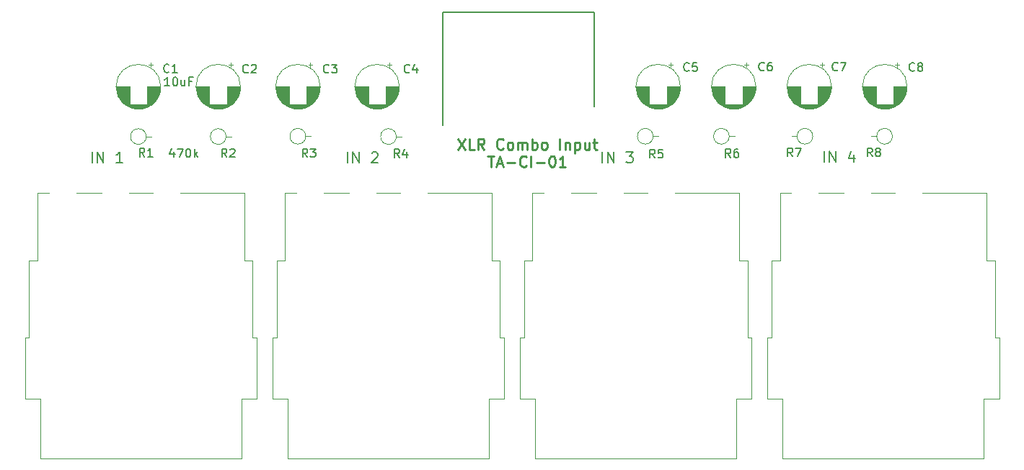
<source format=gbr>
%TF.GenerationSoftware,KiCad,Pcbnew,9.0.0*%
%TF.CreationDate,2025-03-26T12:10:22+11:00*%
%TF.ProjectId,Wing Board 4 Combo mk II,57696e67-2042-46f6-9172-64203420436f,rev?*%
%TF.SameCoordinates,Original*%
%TF.FileFunction,Legend,Top*%
%TF.FilePolarity,Positive*%
%FSLAX46Y46*%
G04 Gerber Fmt 4.6, Leading zero omitted, Abs format (unit mm)*
G04 Created by KiCad (PCBNEW 9.0.0) date 2025-03-26 12:10:22*
%MOMM*%
%LPD*%
G01*
G04 APERTURE LIST*
%ADD10C,0.203200*%
%ADD11C,0.228600*%
%ADD12C,0.150000*%
%ADD13C,0.120000*%
%ADD14C,0.200000*%
%ADD15C,1.400000*%
%ADD16O,1.400000X1.400000*%
%ADD17C,2.100000*%
%ADD18C,2.900000*%
%ADD19R,1.600000X1.600000*%
%ADD20C,1.600000*%
%ADD21C,3.500001*%
%ADD22R,1.650000X1.650000*%
%ADD23C,1.650000*%
G04 APERTURE END LIST*
D10*
X37539990Y-13473809D02*
X37539990Y-12203809D01*
X38144752Y-13473809D02*
X38144752Y-12203809D01*
X38144752Y-12203809D02*
X38870467Y-13473809D01*
X38870467Y-13473809D02*
X38870467Y-12203809D01*
X40382371Y-12324761D02*
X40442847Y-12264285D01*
X40442847Y-12264285D02*
X40563800Y-12203809D01*
X40563800Y-12203809D02*
X40866181Y-12203809D01*
X40866181Y-12203809D02*
X40987133Y-12264285D01*
X40987133Y-12264285D02*
X41047609Y-12324761D01*
X41047609Y-12324761D02*
X41108086Y-12445713D01*
X41108086Y-12445713D02*
X41108086Y-12566666D01*
X41108086Y-12566666D02*
X41047609Y-12748094D01*
X41047609Y-12748094D02*
X40321895Y-13473809D01*
X40321895Y-13473809D02*
X41108086Y-13473809D01*
X93521590Y-13397609D02*
X93521590Y-12127609D01*
X94126352Y-13397609D02*
X94126352Y-12127609D01*
X94126352Y-12127609D02*
X94852067Y-13397609D01*
X94852067Y-13397609D02*
X94852067Y-12127609D01*
X96968733Y-12550942D02*
X96968733Y-13397609D01*
X96666352Y-12067133D02*
X96363971Y-12974275D01*
X96363971Y-12974275D02*
X97150162Y-12974275D01*
D11*
X50489151Y-10615059D02*
X51335818Y-11885059D01*
X51335818Y-10615059D02*
X50489151Y-11885059D01*
X52424389Y-11885059D02*
X51819627Y-11885059D01*
X51819627Y-11885059D02*
X51819627Y-10615059D01*
X53573437Y-11885059D02*
X53150103Y-11280297D01*
X52847722Y-11885059D02*
X52847722Y-10615059D01*
X52847722Y-10615059D02*
X53331532Y-10615059D01*
X53331532Y-10615059D02*
X53452484Y-10675535D01*
X53452484Y-10675535D02*
X53512961Y-10736011D01*
X53512961Y-10736011D02*
X53573437Y-10856963D01*
X53573437Y-10856963D02*
X53573437Y-11038392D01*
X53573437Y-11038392D02*
X53512961Y-11159344D01*
X53512961Y-11159344D02*
X53452484Y-11219821D01*
X53452484Y-11219821D02*
X53331532Y-11280297D01*
X53331532Y-11280297D02*
X52847722Y-11280297D01*
X55811056Y-11764106D02*
X55750580Y-11824583D01*
X55750580Y-11824583D02*
X55569151Y-11885059D01*
X55569151Y-11885059D02*
X55448199Y-11885059D01*
X55448199Y-11885059D02*
X55266770Y-11824583D01*
X55266770Y-11824583D02*
X55145818Y-11703630D01*
X55145818Y-11703630D02*
X55085341Y-11582678D01*
X55085341Y-11582678D02*
X55024865Y-11340773D01*
X55024865Y-11340773D02*
X55024865Y-11159344D01*
X55024865Y-11159344D02*
X55085341Y-10917440D01*
X55085341Y-10917440D02*
X55145818Y-10796487D01*
X55145818Y-10796487D02*
X55266770Y-10675535D01*
X55266770Y-10675535D02*
X55448199Y-10615059D01*
X55448199Y-10615059D02*
X55569151Y-10615059D01*
X55569151Y-10615059D02*
X55750580Y-10675535D01*
X55750580Y-10675535D02*
X55811056Y-10736011D01*
X56536770Y-11885059D02*
X56415818Y-11824583D01*
X56415818Y-11824583D02*
X56355341Y-11764106D01*
X56355341Y-11764106D02*
X56294865Y-11643154D01*
X56294865Y-11643154D02*
X56294865Y-11280297D01*
X56294865Y-11280297D02*
X56355341Y-11159344D01*
X56355341Y-11159344D02*
X56415818Y-11098868D01*
X56415818Y-11098868D02*
X56536770Y-11038392D01*
X56536770Y-11038392D02*
X56718199Y-11038392D01*
X56718199Y-11038392D02*
X56839151Y-11098868D01*
X56839151Y-11098868D02*
X56899627Y-11159344D01*
X56899627Y-11159344D02*
X56960103Y-11280297D01*
X56960103Y-11280297D02*
X56960103Y-11643154D01*
X56960103Y-11643154D02*
X56899627Y-11764106D01*
X56899627Y-11764106D02*
X56839151Y-11824583D01*
X56839151Y-11824583D02*
X56718199Y-11885059D01*
X56718199Y-11885059D02*
X56536770Y-11885059D01*
X57504389Y-11885059D02*
X57504389Y-11038392D01*
X57504389Y-11159344D02*
X57564866Y-11098868D01*
X57564866Y-11098868D02*
X57685818Y-11038392D01*
X57685818Y-11038392D02*
X57867247Y-11038392D01*
X57867247Y-11038392D02*
X57988199Y-11098868D01*
X57988199Y-11098868D02*
X58048675Y-11219821D01*
X58048675Y-11219821D02*
X58048675Y-11885059D01*
X58048675Y-11219821D02*
X58109151Y-11098868D01*
X58109151Y-11098868D02*
X58230104Y-11038392D01*
X58230104Y-11038392D02*
X58411532Y-11038392D01*
X58411532Y-11038392D02*
X58532485Y-11098868D01*
X58532485Y-11098868D02*
X58592961Y-11219821D01*
X58592961Y-11219821D02*
X58592961Y-11885059D01*
X59197722Y-11885059D02*
X59197722Y-10615059D01*
X59197722Y-11098868D02*
X59318675Y-11038392D01*
X59318675Y-11038392D02*
X59560580Y-11038392D01*
X59560580Y-11038392D02*
X59681532Y-11098868D01*
X59681532Y-11098868D02*
X59742008Y-11159344D01*
X59742008Y-11159344D02*
X59802484Y-11280297D01*
X59802484Y-11280297D02*
X59802484Y-11643154D01*
X59802484Y-11643154D02*
X59742008Y-11764106D01*
X59742008Y-11764106D02*
X59681532Y-11824583D01*
X59681532Y-11824583D02*
X59560580Y-11885059D01*
X59560580Y-11885059D02*
X59318675Y-11885059D01*
X59318675Y-11885059D02*
X59197722Y-11824583D01*
X60528199Y-11885059D02*
X60407247Y-11824583D01*
X60407247Y-11824583D02*
X60346770Y-11764106D01*
X60346770Y-11764106D02*
X60286294Y-11643154D01*
X60286294Y-11643154D02*
X60286294Y-11280297D01*
X60286294Y-11280297D02*
X60346770Y-11159344D01*
X60346770Y-11159344D02*
X60407247Y-11098868D01*
X60407247Y-11098868D02*
X60528199Y-11038392D01*
X60528199Y-11038392D02*
X60709628Y-11038392D01*
X60709628Y-11038392D02*
X60830580Y-11098868D01*
X60830580Y-11098868D02*
X60891056Y-11159344D01*
X60891056Y-11159344D02*
X60951532Y-11280297D01*
X60951532Y-11280297D02*
X60951532Y-11643154D01*
X60951532Y-11643154D02*
X60891056Y-11764106D01*
X60891056Y-11764106D02*
X60830580Y-11824583D01*
X60830580Y-11824583D02*
X60709628Y-11885059D01*
X60709628Y-11885059D02*
X60528199Y-11885059D01*
X62463437Y-11885059D02*
X62463437Y-10615059D01*
X63068199Y-11038392D02*
X63068199Y-11885059D01*
X63068199Y-11159344D02*
X63128676Y-11098868D01*
X63128676Y-11098868D02*
X63249628Y-11038392D01*
X63249628Y-11038392D02*
X63431057Y-11038392D01*
X63431057Y-11038392D02*
X63552009Y-11098868D01*
X63552009Y-11098868D02*
X63612485Y-11219821D01*
X63612485Y-11219821D02*
X63612485Y-11885059D01*
X64217247Y-11038392D02*
X64217247Y-12308392D01*
X64217247Y-11098868D02*
X64338200Y-11038392D01*
X64338200Y-11038392D02*
X64580105Y-11038392D01*
X64580105Y-11038392D02*
X64701057Y-11098868D01*
X64701057Y-11098868D02*
X64761533Y-11159344D01*
X64761533Y-11159344D02*
X64822009Y-11280297D01*
X64822009Y-11280297D02*
X64822009Y-11643154D01*
X64822009Y-11643154D02*
X64761533Y-11764106D01*
X64761533Y-11764106D02*
X64701057Y-11824583D01*
X64701057Y-11824583D02*
X64580105Y-11885059D01*
X64580105Y-11885059D02*
X64338200Y-11885059D01*
X64338200Y-11885059D02*
X64217247Y-11824583D01*
X65910581Y-11038392D02*
X65910581Y-11885059D01*
X65366295Y-11038392D02*
X65366295Y-11703630D01*
X65366295Y-11703630D02*
X65426772Y-11824583D01*
X65426772Y-11824583D02*
X65547724Y-11885059D01*
X65547724Y-11885059D02*
X65729153Y-11885059D01*
X65729153Y-11885059D02*
X65850105Y-11824583D01*
X65850105Y-11824583D02*
X65910581Y-11764106D01*
X66333915Y-11038392D02*
X66817724Y-11038392D01*
X66515343Y-10615059D02*
X66515343Y-11703630D01*
X66515343Y-11703630D02*
X66575820Y-11824583D01*
X66575820Y-11824583D02*
X66696772Y-11885059D01*
X66696772Y-11885059D02*
X66817724Y-11885059D01*
X53996771Y-12659688D02*
X54722485Y-12659688D01*
X54359628Y-13929688D02*
X54359628Y-12659688D01*
X55085342Y-13566831D02*
X55690104Y-13566831D01*
X54964390Y-13929688D02*
X55387723Y-12659688D01*
X55387723Y-12659688D02*
X55811057Y-13929688D01*
X56234389Y-13445878D02*
X57202009Y-13445878D01*
X58532485Y-13808735D02*
X58472009Y-13869212D01*
X58472009Y-13869212D02*
X58290580Y-13929688D01*
X58290580Y-13929688D02*
X58169628Y-13929688D01*
X58169628Y-13929688D02*
X57988199Y-13869212D01*
X57988199Y-13869212D02*
X57867247Y-13748259D01*
X57867247Y-13748259D02*
X57806770Y-13627307D01*
X57806770Y-13627307D02*
X57746294Y-13385402D01*
X57746294Y-13385402D02*
X57746294Y-13203973D01*
X57746294Y-13203973D02*
X57806770Y-12962069D01*
X57806770Y-12962069D02*
X57867247Y-12841116D01*
X57867247Y-12841116D02*
X57988199Y-12720164D01*
X57988199Y-12720164D02*
X58169628Y-12659688D01*
X58169628Y-12659688D02*
X58290580Y-12659688D01*
X58290580Y-12659688D02*
X58472009Y-12720164D01*
X58472009Y-12720164D02*
X58532485Y-12780640D01*
X59076770Y-13929688D02*
X59076770Y-12659688D01*
X59681532Y-13445878D02*
X60649152Y-13445878D01*
X61495818Y-12659688D02*
X61616771Y-12659688D01*
X61616771Y-12659688D02*
X61737723Y-12720164D01*
X61737723Y-12720164D02*
X61798199Y-12780640D01*
X61798199Y-12780640D02*
X61858675Y-12901592D01*
X61858675Y-12901592D02*
X61919152Y-13143497D01*
X61919152Y-13143497D02*
X61919152Y-13445878D01*
X61919152Y-13445878D02*
X61858675Y-13687783D01*
X61858675Y-13687783D02*
X61798199Y-13808735D01*
X61798199Y-13808735D02*
X61737723Y-13869212D01*
X61737723Y-13869212D02*
X61616771Y-13929688D01*
X61616771Y-13929688D02*
X61495818Y-13929688D01*
X61495818Y-13929688D02*
X61374866Y-13869212D01*
X61374866Y-13869212D02*
X61314390Y-13808735D01*
X61314390Y-13808735D02*
X61253913Y-13687783D01*
X61253913Y-13687783D02*
X61193437Y-13445878D01*
X61193437Y-13445878D02*
X61193437Y-13143497D01*
X61193437Y-13143497D02*
X61253913Y-12901592D01*
X61253913Y-12901592D02*
X61314390Y-12780640D01*
X61314390Y-12780640D02*
X61374866Y-12720164D01*
X61374866Y-12720164D02*
X61495818Y-12659688D01*
X63128676Y-13929688D02*
X62402961Y-13929688D01*
X62765818Y-13929688D02*
X62765818Y-12659688D01*
X62765818Y-12659688D02*
X62644866Y-12841116D01*
X62644866Y-12841116D02*
X62523914Y-12962069D01*
X62523914Y-12962069D02*
X62402961Y-13022545D01*
D10*
X7542590Y-13448409D02*
X7542590Y-12178409D01*
X8147352Y-13448409D02*
X8147352Y-12178409D01*
X8147352Y-12178409D02*
X8873067Y-13448409D01*
X8873067Y-13448409D02*
X8873067Y-12178409D01*
X11110686Y-13448409D02*
X10384971Y-13448409D01*
X10747828Y-13448409D02*
X10747828Y-12178409D01*
X10747828Y-12178409D02*
X10626876Y-12359837D01*
X10626876Y-12359837D02*
X10505924Y-12480790D01*
X10505924Y-12480790D02*
X10384971Y-12541266D01*
X67461190Y-13448409D02*
X67461190Y-12178409D01*
X68065952Y-13448409D02*
X68065952Y-12178409D01*
X68065952Y-12178409D02*
X68791667Y-13448409D01*
X68791667Y-13448409D02*
X68791667Y-12178409D01*
X70243095Y-12178409D02*
X71029286Y-12178409D01*
X71029286Y-12178409D02*
X70605952Y-12662218D01*
X70605952Y-12662218D02*
X70787381Y-12662218D01*
X70787381Y-12662218D02*
X70908333Y-12722694D01*
X70908333Y-12722694D02*
X70968809Y-12783171D01*
X70968809Y-12783171D02*
X71029286Y-12904123D01*
X71029286Y-12904123D02*
X71029286Y-13206504D01*
X71029286Y-13206504D02*
X70968809Y-13327456D01*
X70968809Y-13327456D02*
X70908333Y-13387933D01*
X70908333Y-13387933D02*
X70787381Y-13448409D01*
X70787381Y-13448409D02*
X70424524Y-13448409D01*
X70424524Y-13448409D02*
X70303571Y-13387933D01*
X70303571Y-13387933D02*
X70243095Y-13327456D01*
D12*
X73620333Y-12875419D02*
X73287000Y-12399228D01*
X73048905Y-12875419D02*
X73048905Y-11875419D01*
X73048905Y-11875419D02*
X73429857Y-11875419D01*
X73429857Y-11875419D02*
X73525095Y-11923038D01*
X73525095Y-11923038D02*
X73572714Y-11970657D01*
X73572714Y-11970657D02*
X73620333Y-12065895D01*
X73620333Y-12065895D02*
X73620333Y-12208752D01*
X73620333Y-12208752D02*
X73572714Y-12303990D01*
X73572714Y-12303990D02*
X73525095Y-12351609D01*
X73525095Y-12351609D02*
X73429857Y-12399228D01*
X73429857Y-12399228D02*
X73048905Y-12399228D01*
X74525095Y-11875419D02*
X74048905Y-11875419D01*
X74048905Y-11875419D02*
X74001286Y-12351609D01*
X74001286Y-12351609D02*
X74048905Y-12303990D01*
X74048905Y-12303990D02*
X74144143Y-12256371D01*
X74144143Y-12256371D02*
X74382238Y-12256371D01*
X74382238Y-12256371D02*
X74477476Y-12303990D01*
X74477476Y-12303990D02*
X74525095Y-12351609D01*
X74525095Y-12351609D02*
X74572714Y-12446847D01*
X74572714Y-12446847D02*
X74572714Y-12684942D01*
X74572714Y-12684942D02*
X74525095Y-12780180D01*
X74525095Y-12780180D02*
X74477476Y-12827800D01*
X74477476Y-12827800D02*
X74382238Y-12875419D01*
X74382238Y-12875419D02*
X74144143Y-12875419D01*
X74144143Y-12875419D02*
X74048905Y-12827800D01*
X74048905Y-12827800D02*
X74001286Y-12780180D01*
X43622933Y-12850019D02*
X43289600Y-12373828D01*
X43051505Y-12850019D02*
X43051505Y-11850019D01*
X43051505Y-11850019D02*
X43432457Y-11850019D01*
X43432457Y-11850019D02*
X43527695Y-11897638D01*
X43527695Y-11897638D02*
X43575314Y-11945257D01*
X43575314Y-11945257D02*
X43622933Y-12040495D01*
X43622933Y-12040495D02*
X43622933Y-12183352D01*
X43622933Y-12183352D02*
X43575314Y-12278590D01*
X43575314Y-12278590D02*
X43527695Y-12326209D01*
X43527695Y-12326209D02*
X43432457Y-12373828D01*
X43432457Y-12373828D02*
X43051505Y-12373828D01*
X44480076Y-12183352D02*
X44480076Y-12850019D01*
X44241981Y-11802400D02*
X44003886Y-12516685D01*
X44003886Y-12516685D02*
X44622933Y-12516685D01*
X44816733Y-2797980D02*
X44769114Y-2845600D01*
X44769114Y-2845600D02*
X44626257Y-2893219D01*
X44626257Y-2893219D02*
X44531019Y-2893219D01*
X44531019Y-2893219D02*
X44388162Y-2845600D01*
X44388162Y-2845600D02*
X44292924Y-2750361D01*
X44292924Y-2750361D02*
X44245305Y-2655123D01*
X44245305Y-2655123D02*
X44197686Y-2464647D01*
X44197686Y-2464647D02*
X44197686Y-2321790D01*
X44197686Y-2321790D02*
X44245305Y-2131314D01*
X44245305Y-2131314D02*
X44292924Y-2036076D01*
X44292924Y-2036076D02*
X44388162Y-1940838D01*
X44388162Y-1940838D02*
X44531019Y-1893219D01*
X44531019Y-1893219D02*
X44626257Y-1893219D01*
X44626257Y-1893219D02*
X44769114Y-1940838D01*
X44769114Y-1940838D02*
X44816733Y-1988457D01*
X45673876Y-2226552D02*
X45673876Y-2893219D01*
X45435781Y-1845600D02*
X45197686Y-2559885D01*
X45197686Y-2559885D02*
X45816733Y-2559885D01*
X23353733Y-12799219D02*
X23020400Y-12323028D01*
X22782305Y-12799219D02*
X22782305Y-11799219D01*
X22782305Y-11799219D02*
X23163257Y-11799219D01*
X23163257Y-11799219D02*
X23258495Y-11846838D01*
X23258495Y-11846838D02*
X23306114Y-11894457D01*
X23306114Y-11894457D02*
X23353733Y-11989695D01*
X23353733Y-11989695D02*
X23353733Y-12132552D01*
X23353733Y-12132552D02*
X23306114Y-12227790D01*
X23306114Y-12227790D02*
X23258495Y-12275409D01*
X23258495Y-12275409D02*
X23163257Y-12323028D01*
X23163257Y-12323028D02*
X22782305Y-12323028D01*
X23734686Y-11894457D02*
X23782305Y-11846838D01*
X23782305Y-11846838D02*
X23877543Y-11799219D01*
X23877543Y-11799219D02*
X24115638Y-11799219D01*
X24115638Y-11799219D02*
X24210876Y-11846838D01*
X24210876Y-11846838D02*
X24258495Y-11894457D01*
X24258495Y-11894457D02*
X24306114Y-11989695D01*
X24306114Y-11989695D02*
X24306114Y-12084933D01*
X24306114Y-12084933D02*
X24258495Y-12227790D01*
X24258495Y-12227790D02*
X23687067Y-12799219D01*
X23687067Y-12799219D02*
X24306114Y-12799219D01*
X104100333Y-2594780D02*
X104052714Y-2642400D01*
X104052714Y-2642400D02*
X103909857Y-2690019D01*
X103909857Y-2690019D02*
X103814619Y-2690019D01*
X103814619Y-2690019D02*
X103671762Y-2642400D01*
X103671762Y-2642400D02*
X103576524Y-2547161D01*
X103576524Y-2547161D02*
X103528905Y-2451923D01*
X103528905Y-2451923D02*
X103481286Y-2261447D01*
X103481286Y-2261447D02*
X103481286Y-2118590D01*
X103481286Y-2118590D02*
X103528905Y-1928114D01*
X103528905Y-1928114D02*
X103576524Y-1832876D01*
X103576524Y-1832876D02*
X103671762Y-1737638D01*
X103671762Y-1737638D02*
X103814619Y-1690019D01*
X103814619Y-1690019D02*
X103909857Y-1690019D01*
X103909857Y-1690019D02*
X104052714Y-1737638D01*
X104052714Y-1737638D02*
X104100333Y-1785257D01*
X104671762Y-2118590D02*
X104576524Y-2070971D01*
X104576524Y-2070971D02*
X104528905Y-2023352D01*
X104528905Y-2023352D02*
X104481286Y-1928114D01*
X104481286Y-1928114D02*
X104481286Y-1880495D01*
X104481286Y-1880495D02*
X104528905Y-1785257D01*
X104528905Y-1785257D02*
X104576524Y-1737638D01*
X104576524Y-1737638D02*
X104671762Y-1690019D01*
X104671762Y-1690019D02*
X104862238Y-1690019D01*
X104862238Y-1690019D02*
X104957476Y-1737638D01*
X104957476Y-1737638D02*
X105005095Y-1785257D01*
X105005095Y-1785257D02*
X105052714Y-1880495D01*
X105052714Y-1880495D02*
X105052714Y-1928114D01*
X105052714Y-1928114D02*
X105005095Y-2023352D01*
X105005095Y-2023352D02*
X104957476Y-2070971D01*
X104957476Y-2070971D02*
X104862238Y-2118590D01*
X104862238Y-2118590D02*
X104671762Y-2118590D01*
X104671762Y-2118590D02*
X104576524Y-2166209D01*
X104576524Y-2166209D02*
X104528905Y-2213828D01*
X104528905Y-2213828D02*
X104481286Y-2309066D01*
X104481286Y-2309066D02*
X104481286Y-2499542D01*
X104481286Y-2499542D02*
X104528905Y-2594780D01*
X104528905Y-2594780D02*
X104576524Y-2642400D01*
X104576524Y-2642400D02*
X104671762Y-2690019D01*
X104671762Y-2690019D02*
X104862238Y-2690019D01*
X104862238Y-2690019D02*
X104957476Y-2642400D01*
X104957476Y-2642400D02*
X105005095Y-2594780D01*
X105005095Y-2594780D02*
X105052714Y-2499542D01*
X105052714Y-2499542D02*
X105052714Y-2309066D01*
X105052714Y-2309066D02*
X105005095Y-2213828D01*
X105005095Y-2213828D02*
X104957476Y-2166209D01*
X104957476Y-2166209D02*
X104862238Y-2118590D01*
X99147333Y-12712619D02*
X98814000Y-12236428D01*
X98575905Y-12712619D02*
X98575905Y-11712619D01*
X98575905Y-11712619D02*
X98956857Y-11712619D01*
X98956857Y-11712619D02*
X99052095Y-11760238D01*
X99052095Y-11760238D02*
X99099714Y-11807857D01*
X99099714Y-11807857D02*
X99147333Y-11903095D01*
X99147333Y-11903095D02*
X99147333Y-12045952D01*
X99147333Y-12045952D02*
X99099714Y-12141190D01*
X99099714Y-12141190D02*
X99052095Y-12188809D01*
X99052095Y-12188809D02*
X98956857Y-12236428D01*
X98956857Y-12236428D02*
X98575905Y-12236428D01*
X99718762Y-12141190D02*
X99623524Y-12093571D01*
X99623524Y-12093571D02*
X99575905Y-12045952D01*
X99575905Y-12045952D02*
X99528286Y-11950714D01*
X99528286Y-11950714D02*
X99528286Y-11903095D01*
X99528286Y-11903095D02*
X99575905Y-11807857D01*
X99575905Y-11807857D02*
X99623524Y-11760238D01*
X99623524Y-11760238D02*
X99718762Y-11712619D01*
X99718762Y-11712619D02*
X99909238Y-11712619D01*
X99909238Y-11712619D02*
X100004476Y-11760238D01*
X100004476Y-11760238D02*
X100052095Y-11807857D01*
X100052095Y-11807857D02*
X100099714Y-11903095D01*
X100099714Y-11903095D02*
X100099714Y-11950714D01*
X100099714Y-11950714D02*
X100052095Y-12045952D01*
X100052095Y-12045952D02*
X100004476Y-12093571D01*
X100004476Y-12093571D02*
X99909238Y-12141190D01*
X99909238Y-12141190D02*
X99718762Y-12141190D01*
X99718762Y-12141190D02*
X99623524Y-12188809D01*
X99623524Y-12188809D02*
X99575905Y-12236428D01*
X99575905Y-12236428D02*
X99528286Y-12331666D01*
X99528286Y-12331666D02*
X99528286Y-12522142D01*
X99528286Y-12522142D02*
X99575905Y-12617380D01*
X99575905Y-12617380D02*
X99623524Y-12665000D01*
X99623524Y-12665000D02*
X99718762Y-12712619D01*
X99718762Y-12712619D02*
X99909238Y-12712619D01*
X99909238Y-12712619D02*
X100004476Y-12665000D01*
X100004476Y-12665000D02*
X100052095Y-12617380D01*
X100052095Y-12617380D02*
X100099714Y-12522142D01*
X100099714Y-12522142D02*
X100099714Y-12331666D01*
X100099714Y-12331666D02*
X100052095Y-12236428D01*
X100052095Y-12236428D02*
X100004476Y-12188809D01*
X100004476Y-12188809D02*
X99909238Y-12141190D01*
X89800933Y-12712619D02*
X89467600Y-12236428D01*
X89229505Y-12712619D02*
X89229505Y-11712619D01*
X89229505Y-11712619D02*
X89610457Y-11712619D01*
X89610457Y-11712619D02*
X89705695Y-11760238D01*
X89705695Y-11760238D02*
X89753314Y-11807857D01*
X89753314Y-11807857D02*
X89800933Y-11903095D01*
X89800933Y-11903095D02*
X89800933Y-12045952D01*
X89800933Y-12045952D02*
X89753314Y-12141190D01*
X89753314Y-12141190D02*
X89705695Y-12188809D01*
X89705695Y-12188809D02*
X89610457Y-12236428D01*
X89610457Y-12236428D02*
X89229505Y-12236428D01*
X90134267Y-11712619D02*
X90800933Y-11712619D01*
X90800933Y-11712619D02*
X90372362Y-12712619D01*
X13701733Y-12723019D02*
X13368400Y-12246828D01*
X13130305Y-12723019D02*
X13130305Y-11723019D01*
X13130305Y-11723019D02*
X13511257Y-11723019D01*
X13511257Y-11723019D02*
X13606495Y-11770638D01*
X13606495Y-11770638D02*
X13654114Y-11818257D01*
X13654114Y-11818257D02*
X13701733Y-11913495D01*
X13701733Y-11913495D02*
X13701733Y-12056352D01*
X13701733Y-12056352D02*
X13654114Y-12151590D01*
X13654114Y-12151590D02*
X13606495Y-12199209D01*
X13606495Y-12199209D02*
X13511257Y-12246828D01*
X13511257Y-12246828D02*
X13130305Y-12246828D01*
X14654114Y-12723019D02*
X14082686Y-12723019D01*
X14368400Y-12723019D02*
X14368400Y-11723019D01*
X14368400Y-11723019D02*
X14273162Y-11865876D01*
X14273162Y-11865876D02*
X14177924Y-11961114D01*
X14177924Y-11961114D02*
X14082686Y-12008733D01*
X17121333Y-12132552D02*
X17121333Y-12799219D01*
X16883238Y-11751600D02*
X16645143Y-12465885D01*
X16645143Y-12465885D02*
X17264190Y-12465885D01*
X17549905Y-11799219D02*
X18216571Y-11799219D01*
X18216571Y-11799219D02*
X17788000Y-12799219D01*
X18788000Y-11799219D02*
X18883238Y-11799219D01*
X18883238Y-11799219D02*
X18978476Y-11846838D01*
X18978476Y-11846838D02*
X19026095Y-11894457D01*
X19026095Y-11894457D02*
X19073714Y-11989695D01*
X19073714Y-11989695D02*
X19121333Y-12180171D01*
X19121333Y-12180171D02*
X19121333Y-12418266D01*
X19121333Y-12418266D02*
X19073714Y-12608742D01*
X19073714Y-12608742D02*
X19026095Y-12703980D01*
X19026095Y-12703980D02*
X18978476Y-12751600D01*
X18978476Y-12751600D02*
X18883238Y-12799219D01*
X18883238Y-12799219D02*
X18788000Y-12799219D01*
X18788000Y-12799219D02*
X18692762Y-12751600D01*
X18692762Y-12751600D02*
X18645143Y-12703980D01*
X18645143Y-12703980D02*
X18597524Y-12608742D01*
X18597524Y-12608742D02*
X18549905Y-12418266D01*
X18549905Y-12418266D02*
X18549905Y-12180171D01*
X18549905Y-12180171D02*
X18597524Y-11989695D01*
X18597524Y-11989695D02*
X18645143Y-11894457D01*
X18645143Y-11894457D02*
X18692762Y-11846838D01*
X18692762Y-11846838D02*
X18788000Y-11799219D01*
X19549905Y-12799219D02*
X19549905Y-11799219D01*
X19645143Y-12418266D02*
X19930857Y-12799219D01*
X19930857Y-12132552D02*
X19549905Y-12513504D01*
X35342533Y-2797980D02*
X35294914Y-2845600D01*
X35294914Y-2845600D02*
X35152057Y-2893219D01*
X35152057Y-2893219D02*
X35056819Y-2893219D01*
X35056819Y-2893219D02*
X34913962Y-2845600D01*
X34913962Y-2845600D02*
X34818724Y-2750361D01*
X34818724Y-2750361D02*
X34771105Y-2655123D01*
X34771105Y-2655123D02*
X34723486Y-2464647D01*
X34723486Y-2464647D02*
X34723486Y-2321790D01*
X34723486Y-2321790D02*
X34771105Y-2131314D01*
X34771105Y-2131314D02*
X34818724Y-2036076D01*
X34818724Y-2036076D02*
X34913962Y-1940838D01*
X34913962Y-1940838D02*
X35056819Y-1893219D01*
X35056819Y-1893219D02*
X35152057Y-1893219D01*
X35152057Y-1893219D02*
X35294914Y-1940838D01*
X35294914Y-1940838D02*
X35342533Y-1988457D01*
X35675867Y-1893219D02*
X36294914Y-1893219D01*
X36294914Y-1893219D02*
X35961581Y-2274171D01*
X35961581Y-2274171D02*
X36104438Y-2274171D01*
X36104438Y-2274171D02*
X36199676Y-2321790D01*
X36199676Y-2321790D02*
X36247295Y-2369409D01*
X36247295Y-2369409D02*
X36294914Y-2464647D01*
X36294914Y-2464647D02*
X36294914Y-2702742D01*
X36294914Y-2702742D02*
X36247295Y-2797980D01*
X36247295Y-2797980D02*
X36199676Y-2845600D01*
X36199676Y-2845600D02*
X36104438Y-2893219D01*
X36104438Y-2893219D02*
X35818724Y-2893219D01*
X35818724Y-2893219D02*
X35723486Y-2845600D01*
X35723486Y-2845600D02*
X35675867Y-2797980D01*
X25868333Y-2797980D02*
X25820714Y-2845600D01*
X25820714Y-2845600D02*
X25677857Y-2893219D01*
X25677857Y-2893219D02*
X25582619Y-2893219D01*
X25582619Y-2893219D02*
X25439762Y-2845600D01*
X25439762Y-2845600D02*
X25344524Y-2750361D01*
X25344524Y-2750361D02*
X25296905Y-2655123D01*
X25296905Y-2655123D02*
X25249286Y-2464647D01*
X25249286Y-2464647D02*
X25249286Y-2321790D01*
X25249286Y-2321790D02*
X25296905Y-2131314D01*
X25296905Y-2131314D02*
X25344524Y-2036076D01*
X25344524Y-2036076D02*
X25439762Y-1940838D01*
X25439762Y-1940838D02*
X25582619Y-1893219D01*
X25582619Y-1893219D02*
X25677857Y-1893219D01*
X25677857Y-1893219D02*
X25820714Y-1940838D01*
X25820714Y-1940838D02*
X25868333Y-1988457D01*
X26249286Y-1988457D02*
X26296905Y-1940838D01*
X26296905Y-1940838D02*
X26392143Y-1893219D01*
X26392143Y-1893219D02*
X26630238Y-1893219D01*
X26630238Y-1893219D02*
X26725476Y-1940838D01*
X26725476Y-1940838D02*
X26773095Y-1988457D01*
X26773095Y-1988457D02*
X26820714Y-2083695D01*
X26820714Y-2083695D02*
X26820714Y-2178933D01*
X26820714Y-2178933D02*
X26773095Y-2321790D01*
X26773095Y-2321790D02*
X26201667Y-2893219D01*
X26201667Y-2893219D02*
X26820714Y-2893219D01*
X95083333Y-2543980D02*
X95035714Y-2591600D01*
X95035714Y-2591600D02*
X94892857Y-2639219D01*
X94892857Y-2639219D02*
X94797619Y-2639219D01*
X94797619Y-2639219D02*
X94654762Y-2591600D01*
X94654762Y-2591600D02*
X94559524Y-2496361D01*
X94559524Y-2496361D02*
X94511905Y-2401123D01*
X94511905Y-2401123D02*
X94464286Y-2210647D01*
X94464286Y-2210647D02*
X94464286Y-2067790D01*
X94464286Y-2067790D02*
X94511905Y-1877314D01*
X94511905Y-1877314D02*
X94559524Y-1782076D01*
X94559524Y-1782076D02*
X94654762Y-1686838D01*
X94654762Y-1686838D02*
X94797619Y-1639219D01*
X94797619Y-1639219D02*
X94892857Y-1639219D01*
X94892857Y-1639219D02*
X95035714Y-1686838D01*
X95035714Y-1686838D02*
X95083333Y-1734457D01*
X95416667Y-1639219D02*
X96083333Y-1639219D01*
X96083333Y-1639219D02*
X95654762Y-2639219D01*
X32827933Y-12799219D02*
X32494600Y-12323028D01*
X32256505Y-12799219D02*
X32256505Y-11799219D01*
X32256505Y-11799219D02*
X32637457Y-11799219D01*
X32637457Y-11799219D02*
X32732695Y-11846838D01*
X32732695Y-11846838D02*
X32780314Y-11894457D01*
X32780314Y-11894457D02*
X32827933Y-11989695D01*
X32827933Y-11989695D02*
X32827933Y-12132552D01*
X32827933Y-12132552D02*
X32780314Y-12227790D01*
X32780314Y-12227790D02*
X32732695Y-12275409D01*
X32732695Y-12275409D02*
X32637457Y-12323028D01*
X32637457Y-12323028D02*
X32256505Y-12323028D01*
X33161267Y-11799219D02*
X33780314Y-11799219D01*
X33780314Y-11799219D02*
X33446981Y-12180171D01*
X33446981Y-12180171D02*
X33589838Y-12180171D01*
X33589838Y-12180171D02*
X33685076Y-12227790D01*
X33685076Y-12227790D02*
X33732695Y-12275409D01*
X33732695Y-12275409D02*
X33780314Y-12370647D01*
X33780314Y-12370647D02*
X33780314Y-12608742D01*
X33780314Y-12608742D02*
X33732695Y-12703980D01*
X33732695Y-12703980D02*
X33685076Y-12751600D01*
X33685076Y-12751600D02*
X33589838Y-12799219D01*
X33589838Y-12799219D02*
X33304124Y-12799219D01*
X33304124Y-12799219D02*
X33208886Y-12751600D01*
X33208886Y-12751600D02*
X33161267Y-12703980D01*
X82510333Y-12824619D02*
X82177000Y-12348428D01*
X81938905Y-12824619D02*
X81938905Y-11824619D01*
X81938905Y-11824619D02*
X82319857Y-11824619D01*
X82319857Y-11824619D02*
X82415095Y-11872238D01*
X82415095Y-11872238D02*
X82462714Y-11919857D01*
X82462714Y-11919857D02*
X82510333Y-12015095D01*
X82510333Y-12015095D02*
X82510333Y-12157952D01*
X82510333Y-12157952D02*
X82462714Y-12253190D01*
X82462714Y-12253190D02*
X82415095Y-12300809D01*
X82415095Y-12300809D02*
X82319857Y-12348428D01*
X82319857Y-12348428D02*
X81938905Y-12348428D01*
X83367476Y-11824619D02*
X83177000Y-11824619D01*
X83177000Y-11824619D02*
X83081762Y-11872238D01*
X83081762Y-11872238D02*
X83034143Y-11919857D01*
X83034143Y-11919857D02*
X82938905Y-12062714D01*
X82938905Y-12062714D02*
X82891286Y-12253190D01*
X82891286Y-12253190D02*
X82891286Y-12634142D01*
X82891286Y-12634142D02*
X82938905Y-12729380D01*
X82938905Y-12729380D02*
X82986524Y-12777000D01*
X82986524Y-12777000D02*
X83081762Y-12824619D01*
X83081762Y-12824619D02*
X83272238Y-12824619D01*
X83272238Y-12824619D02*
X83367476Y-12777000D01*
X83367476Y-12777000D02*
X83415095Y-12729380D01*
X83415095Y-12729380D02*
X83462714Y-12634142D01*
X83462714Y-12634142D02*
X83462714Y-12396047D01*
X83462714Y-12396047D02*
X83415095Y-12300809D01*
X83415095Y-12300809D02*
X83367476Y-12253190D01*
X83367476Y-12253190D02*
X83272238Y-12205571D01*
X83272238Y-12205571D02*
X83081762Y-12205571D01*
X83081762Y-12205571D02*
X82986524Y-12253190D01*
X82986524Y-12253190D02*
X82938905Y-12300809D01*
X82938905Y-12300809D02*
X82891286Y-12396047D01*
X86453133Y-2543980D02*
X86405514Y-2591600D01*
X86405514Y-2591600D02*
X86262657Y-2639219D01*
X86262657Y-2639219D02*
X86167419Y-2639219D01*
X86167419Y-2639219D02*
X86024562Y-2591600D01*
X86024562Y-2591600D02*
X85929324Y-2496361D01*
X85929324Y-2496361D02*
X85881705Y-2401123D01*
X85881705Y-2401123D02*
X85834086Y-2210647D01*
X85834086Y-2210647D02*
X85834086Y-2067790D01*
X85834086Y-2067790D02*
X85881705Y-1877314D01*
X85881705Y-1877314D02*
X85929324Y-1782076D01*
X85929324Y-1782076D02*
X86024562Y-1686838D01*
X86024562Y-1686838D02*
X86167419Y-1639219D01*
X86167419Y-1639219D02*
X86262657Y-1639219D01*
X86262657Y-1639219D02*
X86405514Y-1686838D01*
X86405514Y-1686838D02*
X86453133Y-1734457D01*
X87310276Y-1639219D02*
X87119800Y-1639219D01*
X87119800Y-1639219D02*
X87024562Y-1686838D01*
X87024562Y-1686838D02*
X86976943Y-1734457D01*
X86976943Y-1734457D02*
X86881705Y-1877314D01*
X86881705Y-1877314D02*
X86834086Y-2067790D01*
X86834086Y-2067790D02*
X86834086Y-2448742D01*
X86834086Y-2448742D02*
X86881705Y-2543980D01*
X86881705Y-2543980D02*
X86929324Y-2591600D01*
X86929324Y-2591600D02*
X87024562Y-2639219D01*
X87024562Y-2639219D02*
X87215038Y-2639219D01*
X87215038Y-2639219D02*
X87310276Y-2591600D01*
X87310276Y-2591600D02*
X87357895Y-2543980D01*
X87357895Y-2543980D02*
X87405514Y-2448742D01*
X87405514Y-2448742D02*
X87405514Y-2210647D01*
X87405514Y-2210647D02*
X87357895Y-2115409D01*
X87357895Y-2115409D02*
X87310276Y-2067790D01*
X87310276Y-2067790D02*
X87215038Y-2020171D01*
X87215038Y-2020171D02*
X87024562Y-2020171D01*
X87024562Y-2020171D02*
X86929324Y-2067790D01*
X86929324Y-2067790D02*
X86881705Y-2115409D01*
X86881705Y-2115409D02*
X86834086Y-2210647D01*
X77633533Y-2594780D02*
X77585914Y-2642400D01*
X77585914Y-2642400D02*
X77443057Y-2690019D01*
X77443057Y-2690019D02*
X77347819Y-2690019D01*
X77347819Y-2690019D02*
X77204962Y-2642400D01*
X77204962Y-2642400D02*
X77109724Y-2547161D01*
X77109724Y-2547161D02*
X77062105Y-2451923D01*
X77062105Y-2451923D02*
X77014486Y-2261447D01*
X77014486Y-2261447D02*
X77014486Y-2118590D01*
X77014486Y-2118590D02*
X77062105Y-1928114D01*
X77062105Y-1928114D02*
X77109724Y-1832876D01*
X77109724Y-1832876D02*
X77204962Y-1737638D01*
X77204962Y-1737638D02*
X77347819Y-1690019D01*
X77347819Y-1690019D02*
X77443057Y-1690019D01*
X77443057Y-1690019D02*
X77585914Y-1737638D01*
X77585914Y-1737638D02*
X77633533Y-1785257D01*
X78538295Y-1690019D02*
X78062105Y-1690019D01*
X78062105Y-1690019D02*
X78014486Y-2166209D01*
X78014486Y-2166209D02*
X78062105Y-2118590D01*
X78062105Y-2118590D02*
X78157343Y-2070971D01*
X78157343Y-2070971D02*
X78395438Y-2070971D01*
X78395438Y-2070971D02*
X78490676Y-2118590D01*
X78490676Y-2118590D02*
X78538295Y-2166209D01*
X78538295Y-2166209D02*
X78585914Y-2261447D01*
X78585914Y-2261447D02*
X78585914Y-2499542D01*
X78585914Y-2499542D02*
X78538295Y-2594780D01*
X78538295Y-2594780D02*
X78490676Y-2642400D01*
X78490676Y-2642400D02*
X78395438Y-2690019D01*
X78395438Y-2690019D02*
X78157343Y-2690019D01*
X78157343Y-2690019D02*
X78062105Y-2642400D01*
X78062105Y-2642400D02*
X78014486Y-2594780D01*
X16571933Y-2747180D02*
X16524314Y-2794800D01*
X16524314Y-2794800D02*
X16381457Y-2842419D01*
X16381457Y-2842419D02*
X16286219Y-2842419D01*
X16286219Y-2842419D02*
X16143362Y-2794800D01*
X16143362Y-2794800D02*
X16048124Y-2699561D01*
X16048124Y-2699561D02*
X16000505Y-2604323D01*
X16000505Y-2604323D02*
X15952886Y-2413847D01*
X15952886Y-2413847D02*
X15952886Y-2270990D01*
X15952886Y-2270990D02*
X16000505Y-2080514D01*
X16000505Y-2080514D02*
X16048124Y-1985276D01*
X16048124Y-1985276D02*
X16143362Y-1890038D01*
X16143362Y-1890038D02*
X16286219Y-1842419D01*
X16286219Y-1842419D02*
X16381457Y-1842419D01*
X16381457Y-1842419D02*
X16524314Y-1890038D01*
X16524314Y-1890038D02*
X16571933Y-1937657D01*
X17524314Y-2842419D02*
X16952886Y-2842419D01*
X17238600Y-2842419D02*
X17238600Y-1842419D01*
X17238600Y-1842419D02*
X17143362Y-1985276D01*
X17143362Y-1985276D02*
X17048124Y-2080514D01*
X17048124Y-2080514D02*
X16952886Y-2128133D01*
X16632371Y-4391819D02*
X16060943Y-4391819D01*
X16346657Y-4391819D02*
X16346657Y-3391819D01*
X16346657Y-3391819D02*
X16251419Y-3534676D01*
X16251419Y-3534676D02*
X16156181Y-3629914D01*
X16156181Y-3629914D02*
X16060943Y-3677533D01*
X17251419Y-3391819D02*
X17346657Y-3391819D01*
X17346657Y-3391819D02*
X17441895Y-3439438D01*
X17441895Y-3439438D02*
X17489514Y-3487057D01*
X17489514Y-3487057D02*
X17537133Y-3582295D01*
X17537133Y-3582295D02*
X17584752Y-3772771D01*
X17584752Y-3772771D02*
X17584752Y-4010866D01*
X17584752Y-4010866D02*
X17537133Y-4201342D01*
X17537133Y-4201342D02*
X17489514Y-4296580D01*
X17489514Y-4296580D02*
X17441895Y-4344200D01*
X17441895Y-4344200D02*
X17346657Y-4391819D01*
X17346657Y-4391819D02*
X17251419Y-4391819D01*
X17251419Y-4391819D02*
X17156181Y-4344200D01*
X17156181Y-4344200D02*
X17108562Y-4296580D01*
X17108562Y-4296580D02*
X17060943Y-4201342D01*
X17060943Y-4201342D02*
X17013324Y-4010866D01*
X17013324Y-4010866D02*
X17013324Y-3772771D01*
X17013324Y-3772771D02*
X17060943Y-3582295D01*
X17060943Y-3582295D02*
X17108562Y-3487057D01*
X17108562Y-3487057D02*
X17156181Y-3439438D01*
X17156181Y-3439438D02*
X17251419Y-3391819D01*
X18441895Y-3725152D02*
X18441895Y-4391819D01*
X18013324Y-3725152D02*
X18013324Y-4248961D01*
X18013324Y-4248961D02*
X18060943Y-4344200D01*
X18060943Y-4344200D02*
X18156181Y-4391819D01*
X18156181Y-4391819D02*
X18299038Y-4391819D01*
X18299038Y-4391819D02*
X18394276Y-4344200D01*
X18394276Y-4344200D02*
X18441895Y-4296580D01*
X19251419Y-3868009D02*
X18918086Y-3868009D01*
X18918086Y-4391819D02*
X18918086Y-3391819D01*
X18918086Y-3391819D02*
X19394276Y-3391819D01*
D13*
%TO.C,R5*%
X73411600Y-10337800D02*
X74031600Y-10337800D01*
X73411600Y-10337800D02*
G75*
G02*
X71571600Y-10337800I-920000J0D01*
G01*
X71571600Y-10337800D02*
G75*
G02*
X73411600Y-10337800I920000J0D01*
G01*
%TO.C,R4*%
X43261800Y-10363200D02*
X43881800Y-10363200D01*
X43261800Y-10363200D02*
G75*
G02*
X41421800Y-10363200I-920000J0D01*
G01*
X41421800Y-10363200D02*
G75*
G02*
X43261800Y-10363200I920000J0D01*
G01*
%TO.C,J5*%
X86804600Y-33977400D02*
X87304600Y-33977400D01*
X86804600Y-41217400D02*
X86804600Y-33977400D01*
X87304600Y-24977400D02*
X88304600Y-24977400D01*
X87304600Y-33977400D02*
X87304600Y-24977400D01*
X88304600Y-24977400D02*
X88304600Y-16977400D01*
X88604600Y-41217400D02*
X86804600Y-41217400D01*
X88604600Y-41217400D02*
X88604600Y-48217400D01*
X89624600Y-16977400D02*
X88304600Y-16977400D01*
X95824600Y-16977400D02*
X92824600Y-16977400D01*
X101824600Y-16977400D02*
X99024600Y-16977400D01*
X112244600Y-41217400D02*
X112244600Y-48217400D01*
X112244600Y-48217400D02*
X88604600Y-48217400D01*
X112544600Y-16977400D02*
X105024600Y-16977400D01*
X112544600Y-24977400D02*
X112544600Y-16977400D01*
X113544600Y-24977400D02*
X112544600Y-24977400D01*
X113544600Y-33977400D02*
X113544600Y-24977400D01*
X113544600Y-33977400D02*
X114044600Y-33977400D01*
X114044600Y-41217400D02*
X112244600Y-41217400D01*
X114044600Y-41217400D02*
X114044600Y-33977400D01*
%TO.C,C4*%
X39960000Y-4500000D02*
X38420000Y-4500000D01*
X39960000Y-4540000D02*
X38420000Y-4540000D01*
X39960000Y-4580000D02*
X38421000Y-4580000D01*
X39960000Y-4620000D02*
X38422000Y-4620000D01*
X39960000Y-4660000D02*
X38424000Y-4660000D01*
X39960000Y-4700000D02*
X38427000Y-4700000D01*
X39960000Y-4740000D02*
X38431000Y-4740000D01*
X39960000Y-4780000D02*
X38435000Y-4780000D01*
X39960000Y-4820000D02*
X38439000Y-4820000D01*
X39960000Y-4860000D02*
X38444000Y-4860000D01*
X39960000Y-4900000D02*
X38450000Y-4900000D01*
X39960000Y-4940000D02*
X38457000Y-4940000D01*
X39960000Y-4980000D02*
X38464000Y-4980000D01*
X39960000Y-5020000D02*
X38472000Y-5020000D01*
X39960000Y-5060000D02*
X38480000Y-5060000D01*
X39960000Y-5100000D02*
X38489000Y-5100000D01*
X39960000Y-5140000D02*
X38499000Y-5140000D01*
X39960000Y-5180000D02*
X38509000Y-5180000D01*
X39960000Y-5221000D02*
X38520000Y-5221000D01*
X39960000Y-5261000D02*
X38532000Y-5261000D01*
X39960000Y-5301000D02*
X38545000Y-5301000D01*
X39960000Y-5341000D02*
X38558000Y-5341000D01*
X39960000Y-5381000D02*
X38572000Y-5381000D01*
X39960000Y-5421000D02*
X38586000Y-5421000D01*
X39960000Y-5461000D02*
X38602000Y-5461000D01*
X39960000Y-5501000D02*
X38618000Y-5501000D01*
X39960000Y-5541000D02*
X38635000Y-5541000D01*
X39960000Y-5581000D02*
X38652000Y-5581000D01*
X39960000Y-5621000D02*
X38671000Y-5621000D01*
X39960000Y-5661000D02*
X38690000Y-5661000D01*
X39960000Y-5701000D02*
X38710000Y-5701000D01*
X39960000Y-5741000D02*
X38732000Y-5741000D01*
X39960000Y-5781000D02*
X38753000Y-5781000D01*
X39960000Y-5821000D02*
X38776000Y-5821000D01*
X39960000Y-5861000D02*
X38800000Y-5861000D01*
X39960000Y-5901000D02*
X38825000Y-5901000D01*
X39960000Y-5941000D02*
X38851000Y-5941000D01*
X39960000Y-5981000D02*
X38878000Y-5981000D01*
X39960000Y-6021000D02*
X38905000Y-6021000D01*
X39960000Y-6061000D02*
X38935000Y-6061000D01*
X39960000Y-6101000D02*
X38965000Y-6101000D01*
X39960000Y-6141000D02*
X38996000Y-6141000D01*
X39960000Y-6181000D02*
X39029000Y-6181000D01*
X39960000Y-6221000D02*
X39063000Y-6221000D01*
X39960000Y-6261000D02*
X39099000Y-6261000D01*
X39960000Y-6301000D02*
X39136000Y-6301000D01*
X39960000Y-6341000D02*
X39174000Y-6341000D01*
X39960000Y-6381000D02*
X39215000Y-6381000D01*
X39960000Y-6421000D02*
X39257000Y-6421000D01*
X39960000Y-6461000D02*
X39301000Y-6461000D01*
X39960000Y-6501000D02*
X39347000Y-6501000D01*
X41284000Y-7101000D02*
X40716000Y-7101000D01*
X41518000Y-7061000D02*
X40482000Y-7061000D01*
X41677000Y-7021000D02*
X40323000Y-7021000D01*
X41805000Y-6981000D02*
X40195000Y-6981000D01*
X41915000Y-6941000D02*
X40085000Y-6941000D01*
X42011000Y-6901000D02*
X39989000Y-6901000D01*
X42098000Y-6861000D02*
X39902000Y-6861000D01*
X42178000Y-6821000D02*
X39822000Y-6821000D01*
X42251000Y-6781000D02*
X39749000Y-6781000D01*
X42319000Y-6741000D02*
X39681000Y-6741000D01*
X42383000Y-6701000D02*
X39617000Y-6701000D01*
X42443000Y-6661000D02*
X39557000Y-6661000D01*
X42475000Y-1695225D02*
X42475000Y-2195225D01*
X42500000Y-6621000D02*
X39500000Y-6621000D01*
X42554000Y-6581000D02*
X39446000Y-6581000D01*
X42605000Y-6541000D02*
X39395000Y-6541000D01*
X42653000Y-6501000D02*
X42040000Y-6501000D01*
X42699000Y-6461000D02*
X42040000Y-6461000D01*
X42725000Y-1945225D02*
X42225000Y-1945225D01*
X42743000Y-6421000D02*
X42040000Y-6421000D01*
X42785000Y-6381000D02*
X42040000Y-6381000D01*
X42826000Y-6341000D02*
X42040000Y-6341000D01*
X42864000Y-6301000D02*
X42040000Y-6301000D01*
X42901000Y-6261000D02*
X42040000Y-6261000D01*
X42937000Y-6221000D02*
X42040000Y-6221000D01*
X42971000Y-6181000D02*
X42040000Y-6181000D01*
X43004000Y-6141000D02*
X42040000Y-6141000D01*
X43035000Y-6101000D02*
X42040000Y-6101000D01*
X43065000Y-6061000D02*
X42040000Y-6061000D01*
X43095000Y-6021000D02*
X42040000Y-6021000D01*
X43122000Y-5981000D02*
X42040000Y-5981000D01*
X43149000Y-5941000D02*
X42040000Y-5941000D01*
X43175000Y-5901000D02*
X42040000Y-5901000D01*
X43200000Y-5861000D02*
X42040000Y-5861000D01*
X43224000Y-5821000D02*
X42040000Y-5821000D01*
X43247000Y-5781000D02*
X42040000Y-5781000D01*
X43268000Y-5741000D02*
X42040000Y-5741000D01*
X43290000Y-5701000D02*
X42040000Y-5701000D01*
X43310000Y-5661000D02*
X42040000Y-5661000D01*
X43329000Y-5621000D02*
X42040000Y-5621000D01*
X43348000Y-5581000D02*
X42040000Y-5581000D01*
X43365000Y-5541000D02*
X42040000Y-5541000D01*
X43382000Y-5501000D02*
X42040000Y-5501000D01*
X43398000Y-5461000D02*
X42040000Y-5461000D01*
X43414000Y-5421000D02*
X42040000Y-5421000D01*
X43428000Y-5381000D02*
X42040000Y-5381000D01*
X43442000Y-5341000D02*
X42040000Y-5341000D01*
X43455000Y-5301000D02*
X42040000Y-5301000D01*
X43468000Y-5261000D02*
X42040000Y-5261000D01*
X43480000Y-5221000D02*
X42040000Y-5221000D01*
X43491000Y-5180000D02*
X42040000Y-5180000D01*
X43501000Y-5140000D02*
X42040000Y-5140000D01*
X43511000Y-5100000D02*
X42040000Y-5100000D01*
X43520000Y-5060000D02*
X42040000Y-5060000D01*
X43528000Y-5020000D02*
X42040000Y-5020000D01*
X43536000Y-4980000D02*
X42040000Y-4980000D01*
X43543000Y-4940000D02*
X42040000Y-4940000D01*
X43550000Y-4900000D02*
X42040000Y-4900000D01*
X43556000Y-4860000D02*
X42040000Y-4860000D01*
X43561000Y-4820000D02*
X42040000Y-4820000D01*
X43565000Y-4780000D02*
X42040000Y-4780000D01*
X43569000Y-4740000D02*
X42040000Y-4740000D01*
X43573000Y-4700000D02*
X42040000Y-4700000D01*
X43576000Y-4660000D02*
X42040000Y-4660000D01*
X43578000Y-4620000D02*
X42040000Y-4620000D01*
X43579000Y-4580000D02*
X42040000Y-4580000D01*
X43580000Y-4500000D02*
X42040000Y-4500000D01*
X43580000Y-4540000D02*
X42040000Y-4540000D01*
X43620000Y-4500000D02*
G75*
G02*
X38380000Y-4500000I-2620000J0D01*
G01*
X38380000Y-4500000D02*
G75*
G02*
X43620000Y-4500000I2620000J0D01*
G01*
%TO.C,R2*%
X23272000Y-10363200D02*
X23892000Y-10363200D01*
X23272000Y-10363200D02*
G75*
G02*
X21432000Y-10363200I-920000J0D01*
G01*
X21432000Y-10363200D02*
G75*
G02*
X23272000Y-10363200I920000J0D01*
G01*
%TO.C,J3*%
X28704600Y-33977400D02*
X29204600Y-33977400D01*
X28704600Y-41217400D02*
X28704600Y-33977400D01*
X29204600Y-24977400D02*
X30204600Y-24977400D01*
X29204600Y-33977400D02*
X29204600Y-24977400D01*
X30204600Y-24977400D02*
X30204600Y-16977400D01*
X30504600Y-41217400D02*
X28704600Y-41217400D01*
X30504600Y-41217400D02*
X30504600Y-48217400D01*
X31524600Y-16977400D02*
X30204600Y-16977400D01*
X37724600Y-16977400D02*
X34724600Y-16977400D01*
X43724600Y-16977400D02*
X40924600Y-16977400D01*
X54144600Y-41217400D02*
X54144600Y-48217400D01*
X54144600Y-48217400D02*
X30504600Y-48217400D01*
X54444600Y-16977400D02*
X46924600Y-16977400D01*
X54444600Y-24977400D02*
X54444600Y-16977400D01*
X55444600Y-24977400D02*
X54444600Y-24977400D01*
X55444600Y-33977400D02*
X55444600Y-24977400D01*
X55444600Y-33977400D02*
X55944600Y-33977400D01*
X55944600Y-41217400D02*
X54144600Y-41217400D01*
X55944600Y-41217400D02*
X55944600Y-33977400D01*
%TO.C,C8*%
X99569400Y-4500000D02*
X98029400Y-4500000D01*
X99569400Y-4540000D02*
X98029400Y-4540000D01*
X99569400Y-4580000D02*
X98030400Y-4580000D01*
X99569400Y-4620000D02*
X98031400Y-4620000D01*
X99569400Y-4660000D02*
X98033400Y-4660000D01*
X99569400Y-4700000D02*
X98036400Y-4700000D01*
X99569400Y-4740000D02*
X98040400Y-4740000D01*
X99569400Y-4780000D02*
X98044400Y-4780000D01*
X99569400Y-4820000D02*
X98048400Y-4820000D01*
X99569400Y-4860000D02*
X98053400Y-4860000D01*
X99569400Y-4900000D02*
X98059400Y-4900000D01*
X99569400Y-4940000D02*
X98066400Y-4940000D01*
X99569400Y-4980000D02*
X98073400Y-4980000D01*
X99569400Y-5020000D02*
X98081400Y-5020000D01*
X99569400Y-5060000D02*
X98089400Y-5060000D01*
X99569400Y-5100000D02*
X98098400Y-5100000D01*
X99569400Y-5140000D02*
X98108400Y-5140000D01*
X99569400Y-5180000D02*
X98118400Y-5180000D01*
X99569400Y-5221000D02*
X98129400Y-5221000D01*
X99569400Y-5261000D02*
X98141400Y-5261000D01*
X99569400Y-5301000D02*
X98154400Y-5301000D01*
X99569400Y-5341000D02*
X98167400Y-5341000D01*
X99569400Y-5381000D02*
X98181400Y-5381000D01*
X99569400Y-5421000D02*
X98195400Y-5421000D01*
X99569400Y-5461000D02*
X98211400Y-5461000D01*
X99569400Y-5501000D02*
X98227400Y-5501000D01*
X99569400Y-5541000D02*
X98244400Y-5541000D01*
X99569400Y-5581000D02*
X98261400Y-5581000D01*
X99569400Y-5621000D02*
X98280400Y-5621000D01*
X99569400Y-5661000D02*
X98299400Y-5661000D01*
X99569400Y-5701000D02*
X98319400Y-5701000D01*
X99569400Y-5741000D02*
X98341400Y-5741000D01*
X99569400Y-5781000D02*
X98362400Y-5781000D01*
X99569400Y-5821000D02*
X98385400Y-5821000D01*
X99569400Y-5861000D02*
X98409400Y-5861000D01*
X99569400Y-5901000D02*
X98434400Y-5901000D01*
X99569400Y-5941000D02*
X98460400Y-5941000D01*
X99569400Y-5981000D02*
X98487400Y-5981000D01*
X99569400Y-6021000D02*
X98514400Y-6021000D01*
X99569400Y-6061000D02*
X98544400Y-6061000D01*
X99569400Y-6101000D02*
X98574400Y-6101000D01*
X99569400Y-6141000D02*
X98605400Y-6141000D01*
X99569400Y-6181000D02*
X98638400Y-6181000D01*
X99569400Y-6221000D02*
X98672400Y-6221000D01*
X99569400Y-6261000D02*
X98708400Y-6261000D01*
X99569400Y-6301000D02*
X98745400Y-6301000D01*
X99569400Y-6341000D02*
X98783400Y-6341000D01*
X99569400Y-6381000D02*
X98824400Y-6381000D01*
X99569400Y-6421000D02*
X98866400Y-6421000D01*
X99569400Y-6461000D02*
X98910400Y-6461000D01*
X99569400Y-6501000D02*
X98956400Y-6501000D01*
X100893400Y-7101000D02*
X100325400Y-7101000D01*
X101127400Y-7061000D02*
X100091400Y-7061000D01*
X101286400Y-7021000D02*
X99932400Y-7021000D01*
X101414400Y-6981000D02*
X99804400Y-6981000D01*
X101524400Y-6941000D02*
X99694400Y-6941000D01*
X101620400Y-6901000D02*
X99598400Y-6901000D01*
X101707400Y-6861000D02*
X99511400Y-6861000D01*
X101787400Y-6821000D02*
X99431400Y-6821000D01*
X101860400Y-6781000D02*
X99358400Y-6781000D01*
X101928400Y-6741000D02*
X99290400Y-6741000D01*
X101992400Y-6701000D02*
X99226400Y-6701000D01*
X102052400Y-6661000D02*
X99166400Y-6661000D01*
X102084400Y-1695225D02*
X102084400Y-2195225D01*
X102109400Y-6621000D02*
X99109400Y-6621000D01*
X102163400Y-6581000D02*
X99055400Y-6581000D01*
X102214400Y-6541000D02*
X99004400Y-6541000D01*
X102262400Y-6501000D02*
X101649400Y-6501000D01*
X102308400Y-6461000D02*
X101649400Y-6461000D01*
X102334400Y-1945225D02*
X101834400Y-1945225D01*
X102352400Y-6421000D02*
X101649400Y-6421000D01*
X102394400Y-6381000D02*
X101649400Y-6381000D01*
X102435400Y-6341000D02*
X101649400Y-6341000D01*
X102473400Y-6301000D02*
X101649400Y-6301000D01*
X102510400Y-6261000D02*
X101649400Y-6261000D01*
X102546400Y-6221000D02*
X101649400Y-6221000D01*
X102580400Y-6181000D02*
X101649400Y-6181000D01*
X102613400Y-6141000D02*
X101649400Y-6141000D01*
X102644400Y-6101000D02*
X101649400Y-6101000D01*
X102674400Y-6061000D02*
X101649400Y-6061000D01*
X102704400Y-6021000D02*
X101649400Y-6021000D01*
X102731400Y-5981000D02*
X101649400Y-5981000D01*
X102758400Y-5941000D02*
X101649400Y-5941000D01*
X102784400Y-5901000D02*
X101649400Y-5901000D01*
X102809400Y-5861000D02*
X101649400Y-5861000D01*
X102833400Y-5821000D02*
X101649400Y-5821000D01*
X102856400Y-5781000D02*
X101649400Y-5781000D01*
X102877400Y-5741000D02*
X101649400Y-5741000D01*
X102899400Y-5701000D02*
X101649400Y-5701000D01*
X102919400Y-5661000D02*
X101649400Y-5661000D01*
X102938400Y-5621000D02*
X101649400Y-5621000D01*
X102957400Y-5581000D02*
X101649400Y-5581000D01*
X102974400Y-5541000D02*
X101649400Y-5541000D01*
X102991400Y-5501000D02*
X101649400Y-5501000D01*
X103007400Y-5461000D02*
X101649400Y-5461000D01*
X103023400Y-5421000D02*
X101649400Y-5421000D01*
X103037400Y-5381000D02*
X101649400Y-5381000D01*
X103051400Y-5341000D02*
X101649400Y-5341000D01*
X103064400Y-5301000D02*
X101649400Y-5301000D01*
X103077400Y-5261000D02*
X101649400Y-5261000D01*
X103089400Y-5221000D02*
X101649400Y-5221000D01*
X103100400Y-5180000D02*
X101649400Y-5180000D01*
X103110400Y-5140000D02*
X101649400Y-5140000D01*
X103120400Y-5100000D02*
X101649400Y-5100000D01*
X103129400Y-5060000D02*
X101649400Y-5060000D01*
X103137400Y-5020000D02*
X101649400Y-5020000D01*
X103145400Y-4980000D02*
X101649400Y-4980000D01*
X103152400Y-4940000D02*
X101649400Y-4940000D01*
X103159400Y-4900000D02*
X101649400Y-4900000D01*
X103165400Y-4860000D02*
X101649400Y-4860000D01*
X103170400Y-4820000D02*
X101649400Y-4820000D01*
X103174400Y-4780000D02*
X101649400Y-4780000D01*
X103178400Y-4740000D02*
X101649400Y-4740000D01*
X103182400Y-4700000D02*
X101649400Y-4700000D01*
X103185400Y-4660000D02*
X101649400Y-4660000D01*
X103187400Y-4620000D02*
X101649400Y-4620000D01*
X103188400Y-4580000D02*
X101649400Y-4580000D01*
X103189400Y-4500000D02*
X101649400Y-4500000D01*
X103189400Y-4540000D02*
X101649400Y-4540000D01*
X103229400Y-4500000D02*
G75*
G02*
X97989400Y-4500000I-2620000J0D01*
G01*
X97989400Y-4500000D02*
G75*
G02*
X103229400Y-4500000I2620000J0D01*
G01*
%TO.C,R8*%
X99664000Y-10337800D02*
X99044000Y-10337800D01*
X101504000Y-10337800D02*
G75*
G02*
X99664000Y-10337800I-920000J0D01*
G01*
X99664000Y-10337800D02*
G75*
G02*
X101504000Y-10337800I920000J0D01*
G01*
D14*
%TO.C,J1*%
X48715600Y4261000D02*
X66495600Y4261000D01*
X48715600Y-9017000D02*
X48715600Y4261000D01*
X66495600Y4261000D02*
X66495600Y-6839000D01*
D13*
%TO.C,R7*%
X90317600Y-10337800D02*
X89697600Y-10337800D01*
X92157600Y-10337800D02*
G75*
G02*
X90317600Y-10337800I-920000J0D01*
G01*
X90317600Y-10337800D02*
G75*
G02*
X92157600Y-10337800I920000J0D01*
G01*
%TO.C,R1*%
X13899400Y-10363200D02*
X14519400Y-10363200D01*
X13899400Y-10363200D02*
G75*
G02*
X12059400Y-10363200I-920000J0D01*
G01*
X12059400Y-10363200D02*
G75*
G02*
X13899400Y-10363200I920000J0D01*
G01*
%TO.C,J4*%
X57754600Y-33977400D02*
X58254600Y-33977400D01*
X57754600Y-41217400D02*
X57754600Y-33977400D01*
X58254600Y-24977400D02*
X59254600Y-24977400D01*
X58254600Y-33977400D02*
X58254600Y-24977400D01*
X59254600Y-24977400D02*
X59254600Y-16977400D01*
X59554600Y-41217400D02*
X57754600Y-41217400D01*
X59554600Y-41217400D02*
X59554600Y-48217400D01*
X60574600Y-16977400D02*
X59254600Y-16977400D01*
X66774600Y-16977400D02*
X63774600Y-16977400D01*
X72774600Y-16977400D02*
X69974600Y-16977400D01*
X83194600Y-41217400D02*
X83194600Y-48217400D01*
X83194600Y-48217400D02*
X59554600Y-48217400D01*
X83494600Y-16977400D02*
X75974600Y-16977400D01*
X83494600Y-24977400D02*
X83494600Y-16977400D01*
X84494600Y-24977400D02*
X83494600Y-24977400D01*
X84494600Y-33977400D02*
X84494600Y-24977400D01*
X84494600Y-33977400D02*
X84994600Y-33977400D01*
X84994600Y-41217400D02*
X83194600Y-41217400D01*
X84994600Y-41217400D02*
X84994600Y-33977400D01*
%TO.C,C3*%
X30662133Y-4500000D02*
X29122133Y-4500000D01*
X30662133Y-4540000D02*
X29122133Y-4540000D01*
X30662133Y-4580000D02*
X29123133Y-4580000D01*
X30662133Y-4620000D02*
X29124133Y-4620000D01*
X30662133Y-4660000D02*
X29126133Y-4660000D01*
X30662133Y-4700000D02*
X29129133Y-4700000D01*
X30662133Y-4740000D02*
X29133133Y-4740000D01*
X30662133Y-4780000D02*
X29137133Y-4780000D01*
X30662133Y-4820000D02*
X29141133Y-4820000D01*
X30662133Y-4860000D02*
X29146133Y-4860000D01*
X30662133Y-4900000D02*
X29152133Y-4900000D01*
X30662133Y-4940000D02*
X29159133Y-4940000D01*
X30662133Y-4980000D02*
X29166133Y-4980000D01*
X30662133Y-5020000D02*
X29174133Y-5020000D01*
X30662133Y-5060000D02*
X29182133Y-5060000D01*
X30662133Y-5100000D02*
X29191133Y-5100000D01*
X30662133Y-5140000D02*
X29201133Y-5140000D01*
X30662133Y-5180000D02*
X29211133Y-5180000D01*
X30662133Y-5221000D02*
X29222133Y-5221000D01*
X30662133Y-5261000D02*
X29234133Y-5261000D01*
X30662133Y-5301000D02*
X29247133Y-5301000D01*
X30662133Y-5341000D02*
X29260133Y-5341000D01*
X30662133Y-5381000D02*
X29274133Y-5381000D01*
X30662133Y-5421000D02*
X29288133Y-5421000D01*
X30662133Y-5461000D02*
X29304133Y-5461000D01*
X30662133Y-5501000D02*
X29320133Y-5501000D01*
X30662133Y-5541000D02*
X29337133Y-5541000D01*
X30662133Y-5581000D02*
X29354133Y-5581000D01*
X30662133Y-5621000D02*
X29373133Y-5621000D01*
X30662133Y-5661000D02*
X29392133Y-5661000D01*
X30662133Y-5701000D02*
X29412133Y-5701000D01*
X30662133Y-5741000D02*
X29434133Y-5741000D01*
X30662133Y-5781000D02*
X29455133Y-5781000D01*
X30662133Y-5821000D02*
X29478133Y-5821000D01*
X30662133Y-5861000D02*
X29502133Y-5861000D01*
X30662133Y-5901000D02*
X29527133Y-5901000D01*
X30662133Y-5941000D02*
X29553133Y-5941000D01*
X30662133Y-5981000D02*
X29580133Y-5981000D01*
X30662133Y-6021000D02*
X29607133Y-6021000D01*
X30662133Y-6061000D02*
X29637133Y-6061000D01*
X30662133Y-6101000D02*
X29667133Y-6101000D01*
X30662133Y-6141000D02*
X29698133Y-6141000D01*
X30662133Y-6181000D02*
X29731133Y-6181000D01*
X30662133Y-6221000D02*
X29765133Y-6221000D01*
X30662133Y-6261000D02*
X29801133Y-6261000D01*
X30662133Y-6301000D02*
X29838133Y-6301000D01*
X30662133Y-6341000D02*
X29876133Y-6341000D01*
X30662133Y-6381000D02*
X29917133Y-6381000D01*
X30662133Y-6421000D02*
X29959133Y-6421000D01*
X30662133Y-6461000D02*
X30003133Y-6461000D01*
X30662133Y-6501000D02*
X30049133Y-6501000D01*
X31986133Y-7101000D02*
X31418133Y-7101000D01*
X32220133Y-7061000D02*
X31184133Y-7061000D01*
X32379133Y-7021000D02*
X31025133Y-7021000D01*
X32507133Y-6981000D02*
X30897133Y-6981000D01*
X32617133Y-6941000D02*
X30787133Y-6941000D01*
X32713133Y-6901000D02*
X30691133Y-6901000D01*
X32800133Y-6861000D02*
X30604133Y-6861000D01*
X32880133Y-6821000D02*
X30524133Y-6821000D01*
X32953133Y-6781000D02*
X30451133Y-6781000D01*
X33021133Y-6741000D02*
X30383133Y-6741000D01*
X33085133Y-6701000D02*
X30319133Y-6701000D01*
X33145133Y-6661000D02*
X30259133Y-6661000D01*
X33177133Y-1695225D02*
X33177133Y-2195225D01*
X33202133Y-6621000D02*
X30202133Y-6621000D01*
X33256133Y-6581000D02*
X30148133Y-6581000D01*
X33307133Y-6541000D02*
X30097133Y-6541000D01*
X33355133Y-6501000D02*
X32742133Y-6501000D01*
X33401133Y-6461000D02*
X32742133Y-6461000D01*
X33427133Y-1945225D02*
X32927133Y-1945225D01*
X33445133Y-6421000D02*
X32742133Y-6421000D01*
X33487133Y-6381000D02*
X32742133Y-6381000D01*
X33528133Y-6341000D02*
X32742133Y-6341000D01*
X33566133Y-6301000D02*
X32742133Y-6301000D01*
X33603133Y-6261000D02*
X32742133Y-6261000D01*
X33639133Y-6221000D02*
X32742133Y-6221000D01*
X33673133Y-6181000D02*
X32742133Y-6181000D01*
X33706133Y-6141000D02*
X32742133Y-6141000D01*
X33737133Y-6101000D02*
X32742133Y-6101000D01*
X33767133Y-6061000D02*
X32742133Y-6061000D01*
X33797133Y-6021000D02*
X32742133Y-6021000D01*
X33824133Y-5981000D02*
X32742133Y-5981000D01*
X33851133Y-5941000D02*
X32742133Y-5941000D01*
X33877133Y-5901000D02*
X32742133Y-5901000D01*
X33902133Y-5861000D02*
X32742133Y-5861000D01*
X33926133Y-5821000D02*
X32742133Y-5821000D01*
X33949133Y-5781000D02*
X32742133Y-5781000D01*
X33970133Y-5741000D02*
X32742133Y-5741000D01*
X33992133Y-5701000D02*
X32742133Y-5701000D01*
X34012133Y-5661000D02*
X32742133Y-5661000D01*
X34031133Y-5621000D02*
X32742133Y-5621000D01*
X34050133Y-5581000D02*
X32742133Y-5581000D01*
X34067133Y-5541000D02*
X32742133Y-5541000D01*
X34084133Y-5501000D02*
X32742133Y-5501000D01*
X34100133Y-5461000D02*
X32742133Y-5461000D01*
X34116133Y-5421000D02*
X32742133Y-5421000D01*
X34130133Y-5381000D02*
X32742133Y-5381000D01*
X34144133Y-5341000D02*
X32742133Y-5341000D01*
X34157133Y-5301000D02*
X32742133Y-5301000D01*
X34170133Y-5261000D02*
X32742133Y-5261000D01*
X34182133Y-5221000D02*
X32742133Y-5221000D01*
X34193133Y-5180000D02*
X32742133Y-5180000D01*
X34203133Y-5140000D02*
X32742133Y-5140000D01*
X34213133Y-5100000D02*
X32742133Y-5100000D01*
X34222133Y-5060000D02*
X32742133Y-5060000D01*
X34230133Y-5020000D02*
X32742133Y-5020000D01*
X34238133Y-4980000D02*
X32742133Y-4980000D01*
X34245133Y-4940000D02*
X32742133Y-4940000D01*
X34252133Y-4900000D02*
X32742133Y-4900000D01*
X34258133Y-4860000D02*
X32742133Y-4860000D01*
X34263133Y-4820000D02*
X32742133Y-4820000D01*
X34267133Y-4780000D02*
X32742133Y-4780000D01*
X34271133Y-4740000D02*
X32742133Y-4740000D01*
X34275133Y-4700000D02*
X32742133Y-4700000D01*
X34278133Y-4660000D02*
X32742133Y-4660000D01*
X34280133Y-4620000D02*
X32742133Y-4620000D01*
X34281133Y-4580000D02*
X32742133Y-4580000D01*
X34282133Y-4500000D02*
X32742133Y-4500000D01*
X34282133Y-4540000D02*
X32742133Y-4540000D01*
X34322133Y-4500000D02*
G75*
G02*
X29082133Y-4500000I-2620000J0D01*
G01*
X29082133Y-4500000D02*
G75*
G02*
X34322133Y-4500000I2620000J0D01*
G01*
%TO.C,J2*%
X-345400Y-33977400D02*
X154600Y-33977400D01*
X-345400Y-41217400D02*
X-345400Y-33977400D01*
X154600Y-24977400D02*
X1154600Y-24977400D01*
X154600Y-33977400D02*
X154600Y-24977400D01*
X1154600Y-24977400D02*
X1154600Y-16977400D01*
X1454600Y-41217400D02*
X-345400Y-41217400D01*
X1454600Y-41217400D02*
X1454600Y-48217400D01*
X2474600Y-16977400D02*
X1154600Y-16977400D01*
X8674600Y-16977400D02*
X5674600Y-16977400D01*
X14674600Y-16977400D02*
X11874600Y-16977400D01*
X25094600Y-41217400D02*
X25094600Y-48217400D01*
X25094600Y-48217400D02*
X1454600Y-48217400D01*
X25394600Y-16977400D02*
X17874600Y-16977400D01*
X25394600Y-24977400D02*
X25394600Y-16977400D01*
X26394600Y-24977400D02*
X25394600Y-24977400D01*
X26394600Y-33977400D02*
X26394600Y-24977400D01*
X26394600Y-33977400D02*
X26894600Y-33977400D01*
X26894600Y-41217400D02*
X25094600Y-41217400D01*
X26894600Y-41217400D02*
X26894600Y-33977400D01*
%TO.C,C2*%
X21312000Y-4500000D02*
X19772000Y-4500000D01*
X21312000Y-4540000D02*
X19772000Y-4540000D01*
X21312000Y-4580000D02*
X19773000Y-4580000D01*
X21312000Y-4620000D02*
X19774000Y-4620000D01*
X21312000Y-4660000D02*
X19776000Y-4660000D01*
X21312000Y-4700000D02*
X19779000Y-4700000D01*
X21312000Y-4740000D02*
X19783000Y-4740000D01*
X21312000Y-4780000D02*
X19787000Y-4780000D01*
X21312000Y-4820000D02*
X19791000Y-4820000D01*
X21312000Y-4860000D02*
X19796000Y-4860000D01*
X21312000Y-4900000D02*
X19802000Y-4900000D01*
X21312000Y-4940000D02*
X19809000Y-4940000D01*
X21312000Y-4980000D02*
X19816000Y-4980000D01*
X21312000Y-5020000D02*
X19824000Y-5020000D01*
X21312000Y-5060000D02*
X19832000Y-5060000D01*
X21312000Y-5100000D02*
X19841000Y-5100000D01*
X21312000Y-5140000D02*
X19851000Y-5140000D01*
X21312000Y-5180000D02*
X19861000Y-5180000D01*
X21312000Y-5221000D02*
X19872000Y-5221000D01*
X21312000Y-5261000D02*
X19884000Y-5261000D01*
X21312000Y-5301000D02*
X19897000Y-5301000D01*
X21312000Y-5341000D02*
X19910000Y-5341000D01*
X21312000Y-5381000D02*
X19924000Y-5381000D01*
X21312000Y-5421000D02*
X19938000Y-5421000D01*
X21312000Y-5461000D02*
X19954000Y-5461000D01*
X21312000Y-5501000D02*
X19970000Y-5501000D01*
X21312000Y-5541000D02*
X19987000Y-5541000D01*
X21312000Y-5581000D02*
X20004000Y-5581000D01*
X21312000Y-5621000D02*
X20023000Y-5621000D01*
X21312000Y-5661000D02*
X20042000Y-5661000D01*
X21312000Y-5701000D02*
X20062000Y-5701000D01*
X21312000Y-5741000D02*
X20084000Y-5741000D01*
X21312000Y-5781000D02*
X20105000Y-5781000D01*
X21312000Y-5821000D02*
X20128000Y-5821000D01*
X21312000Y-5861000D02*
X20152000Y-5861000D01*
X21312000Y-5901000D02*
X20177000Y-5901000D01*
X21312000Y-5941000D02*
X20203000Y-5941000D01*
X21312000Y-5981000D02*
X20230000Y-5981000D01*
X21312000Y-6021000D02*
X20257000Y-6021000D01*
X21312000Y-6061000D02*
X20287000Y-6061000D01*
X21312000Y-6101000D02*
X20317000Y-6101000D01*
X21312000Y-6141000D02*
X20348000Y-6141000D01*
X21312000Y-6181000D02*
X20381000Y-6181000D01*
X21312000Y-6221000D02*
X20415000Y-6221000D01*
X21312000Y-6261000D02*
X20451000Y-6261000D01*
X21312000Y-6301000D02*
X20488000Y-6301000D01*
X21312000Y-6341000D02*
X20526000Y-6341000D01*
X21312000Y-6381000D02*
X20567000Y-6381000D01*
X21312000Y-6421000D02*
X20609000Y-6421000D01*
X21312000Y-6461000D02*
X20653000Y-6461000D01*
X21312000Y-6501000D02*
X20699000Y-6501000D01*
X22636000Y-7101000D02*
X22068000Y-7101000D01*
X22870000Y-7061000D02*
X21834000Y-7061000D01*
X23029000Y-7021000D02*
X21675000Y-7021000D01*
X23157000Y-6981000D02*
X21547000Y-6981000D01*
X23267000Y-6941000D02*
X21437000Y-6941000D01*
X23363000Y-6901000D02*
X21341000Y-6901000D01*
X23450000Y-6861000D02*
X21254000Y-6861000D01*
X23530000Y-6821000D02*
X21174000Y-6821000D01*
X23603000Y-6781000D02*
X21101000Y-6781000D01*
X23671000Y-6741000D02*
X21033000Y-6741000D01*
X23735000Y-6701000D02*
X20969000Y-6701000D01*
X23795000Y-6661000D02*
X20909000Y-6661000D01*
X23827000Y-1695225D02*
X23827000Y-2195225D01*
X23852000Y-6621000D02*
X20852000Y-6621000D01*
X23906000Y-6581000D02*
X20798000Y-6581000D01*
X23957000Y-6541000D02*
X20747000Y-6541000D01*
X24005000Y-6501000D02*
X23392000Y-6501000D01*
X24051000Y-6461000D02*
X23392000Y-6461000D01*
X24077000Y-1945225D02*
X23577000Y-1945225D01*
X24095000Y-6421000D02*
X23392000Y-6421000D01*
X24137000Y-6381000D02*
X23392000Y-6381000D01*
X24178000Y-6341000D02*
X23392000Y-6341000D01*
X24216000Y-6301000D02*
X23392000Y-6301000D01*
X24253000Y-6261000D02*
X23392000Y-6261000D01*
X24289000Y-6221000D02*
X23392000Y-6221000D01*
X24323000Y-6181000D02*
X23392000Y-6181000D01*
X24356000Y-6141000D02*
X23392000Y-6141000D01*
X24387000Y-6101000D02*
X23392000Y-6101000D01*
X24417000Y-6061000D02*
X23392000Y-6061000D01*
X24447000Y-6021000D02*
X23392000Y-6021000D01*
X24474000Y-5981000D02*
X23392000Y-5981000D01*
X24501000Y-5941000D02*
X23392000Y-5941000D01*
X24527000Y-5901000D02*
X23392000Y-5901000D01*
X24552000Y-5861000D02*
X23392000Y-5861000D01*
X24576000Y-5821000D02*
X23392000Y-5821000D01*
X24599000Y-5781000D02*
X23392000Y-5781000D01*
X24620000Y-5741000D02*
X23392000Y-5741000D01*
X24642000Y-5701000D02*
X23392000Y-5701000D01*
X24662000Y-5661000D02*
X23392000Y-5661000D01*
X24681000Y-5621000D02*
X23392000Y-5621000D01*
X24700000Y-5581000D02*
X23392000Y-5581000D01*
X24717000Y-5541000D02*
X23392000Y-5541000D01*
X24734000Y-5501000D02*
X23392000Y-5501000D01*
X24750000Y-5461000D02*
X23392000Y-5461000D01*
X24766000Y-5421000D02*
X23392000Y-5421000D01*
X24780000Y-5381000D02*
X23392000Y-5381000D01*
X24794000Y-5341000D02*
X23392000Y-5341000D01*
X24807000Y-5301000D02*
X23392000Y-5301000D01*
X24820000Y-5261000D02*
X23392000Y-5261000D01*
X24832000Y-5221000D02*
X23392000Y-5221000D01*
X24843000Y-5180000D02*
X23392000Y-5180000D01*
X24853000Y-5140000D02*
X23392000Y-5140000D01*
X24863000Y-5100000D02*
X23392000Y-5100000D01*
X24872000Y-5060000D02*
X23392000Y-5060000D01*
X24880000Y-5020000D02*
X23392000Y-5020000D01*
X24888000Y-4980000D02*
X23392000Y-4980000D01*
X24895000Y-4940000D02*
X23392000Y-4940000D01*
X24902000Y-4900000D02*
X23392000Y-4900000D01*
X24908000Y-4860000D02*
X23392000Y-4860000D01*
X24913000Y-4820000D02*
X23392000Y-4820000D01*
X24917000Y-4780000D02*
X23392000Y-4780000D01*
X24921000Y-4740000D02*
X23392000Y-4740000D01*
X24925000Y-4700000D02*
X23392000Y-4700000D01*
X24928000Y-4660000D02*
X23392000Y-4660000D01*
X24930000Y-4620000D02*
X23392000Y-4620000D01*
X24931000Y-4580000D02*
X23392000Y-4580000D01*
X24932000Y-4500000D02*
X23392000Y-4500000D01*
X24932000Y-4540000D02*
X23392000Y-4540000D01*
X24972000Y-4500000D02*
G75*
G02*
X19732000Y-4500000I-2620000J0D01*
G01*
X19732000Y-4500000D02*
G75*
G02*
X24972000Y-4500000I2620000J0D01*
G01*
%TO.C,C7*%
X90699600Y-4500000D02*
X89159600Y-4500000D01*
X90699600Y-4540000D02*
X89159600Y-4540000D01*
X90699600Y-4580000D02*
X89160600Y-4580000D01*
X90699600Y-4620000D02*
X89161600Y-4620000D01*
X90699600Y-4660000D02*
X89163600Y-4660000D01*
X90699600Y-4700000D02*
X89166600Y-4700000D01*
X90699600Y-4740000D02*
X89170600Y-4740000D01*
X90699600Y-4780000D02*
X89174600Y-4780000D01*
X90699600Y-4820000D02*
X89178600Y-4820000D01*
X90699600Y-4860000D02*
X89183600Y-4860000D01*
X90699600Y-4900000D02*
X89189600Y-4900000D01*
X90699600Y-4940000D02*
X89196600Y-4940000D01*
X90699600Y-4980000D02*
X89203600Y-4980000D01*
X90699600Y-5020000D02*
X89211600Y-5020000D01*
X90699600Y-5060000D02*
X89219600Y-5060000D01*
X90699600Y-5100000D02*
X89228600Y-5100000D01*
X90699600Y-5140000D02*
X89238600Y-5140000D01*
X90699600Y-5180000D02*
X89248600Y-5180000D01*
X90699600Y-5221000D02*
X89259600Y-5221000D01*
X90699600Y-5261000D02*
X89271600Y-5261000D01*
X90699600Y-5301000D02*
X89284600Y-5301000D01*
X90699600Y-5341000D02*
X89297600Y-5341000D01*
X90699600Y-5381000D02*
X89311600Y-5381000D01*
X90699600Y-5421000D02*
X89325600Y-5421000D01*
X90699600Y-5461000D02*
X89341600Y-5461000D01*
X90699600Y-5501000D02*
X89357600Y-5501000D01*
X90699600Y-5541000D02*
X89374600Y-5541000D01*
X90699600Y-5581000D02*
X89391600Y-5581000D01*
X90699600Y-5621000D02*
X89410600Y-5621000D01*
X90699600Y-5661000D02*
X89429600Y-5661000D01*
X90699600Y-5701000D02*
X89449600Y-5701000D01*
X90699600Y-5741000D02*
X89471600Y-5741000D01*
X90699600Y-5781000D02*
X89492600Y-5781000D01*
X90699600Y-5821000D02*
X89515600Y-5821000D01*
X90699600Y-5861000D02*
X89539600Y-5861000D01*
X90699600Y-5901000D02*
X89564600Y-5901000D01*
X90699600Y-5941000D02*
X89590600Y-5941000D01*
X90699600Y-5981000D02*
X89617600Y-5981000D01*
X90699600Y-6021000D02*
X89644600Y-6021000D01*
X90699600Y-6061000D02*
X89674600Y-6061000D01*
X90699600Y-6101000D02*
X89704600Y-6101000D01*
X90699600Y-6141000D02*
X89735600Y-6141000D01*
X90699600Y-6181000D02*
X89768600Y-6181000D01*
X90699600Y-6221000D02*
X89802600Y-6221000D01*
X90699600Y-6261000D02*
X89838600Y-6261000D01*
X90699600Y-6301000D02*
X89875600Y-6301000D01*
X90699600Y-6341000D02*
X89913600Y-6341000D01*
X90699600Y-6381000D02*
X89954600Y-6381000D01*
X90699600Y-6421000D02*
X89996600Y-6421000D01*
X90699600Y-6461000D02*
X90040600Y-6461000D01*
X90699600Y-6501000D02*
X90086600Y-6501000D01*
X92023600Y-7101000D02*
X91455600Y-7101000D01*
X92257600Y-7061000D02*
X91221600Y-7061000D01*
X92416600Y-7021000D02*
X91062600Y-7021000D01*
X92544600Y-6981000D02*
X90934600Y-6981000D01*
X92654600Y-6941000D02*
X90824600Y-6941000D01*
X92750600Y-6901000D02*
X90728600Y-6901000D01*
X92837600Y-6861000D02*
X90641600Y-6861000D01*
X92917600Y-6821000D02*
X90561600Y-6821000D01*
X92990600Y-6781000D02*
X90488600Y-6781000D01*
X93058600Y-6741000D02*
X90420600Y-6741000D01*
X93122600Y-6701000D02*
X90356600Y-6701000D01*
X93182600Y-6661000D02*
X90296600Y-6661000D01*
X93214600Y-1695225D02*
X93214600Y-2195225D01*
X93239600Y-6621000D02*
X90239600Y-6621000D01*
X93293600Y-6581000D02*
X90185600Y-6581000D01*
X93344600Y-6541000D02*
X90134600Y-6541000D01*
X93392600Y-6501000D02*
X92779600Y-6501000D01*
X93438600Y-6461000D02*
X92779600Y-6461000D01*
X93464600Y-1945225D02*
X92964600Y-1945225D01*
X93482600Y-6421000D02*
X92779600Y-6421000D01*
X93524600Y-6381000D02*
X92779600Y-6381000D01*
X93565600Y-6341000D02*
X92779600Y-6341000D01*
X93603600Y-6301000D02*
X92779600Y-6301000D01*
X93640600Y-6261000D02*
X92779600Y-6261000D01*
X93676600Y-6221000D02*
X92779600Y-6221000D01*
X93710600Y-6181000D02*
X92779600Y-6181000D01*
X93743600Y-6141000D02*
X92779600Y-6141000D01*
X93774600Y-6101000D02*
X92779600Y-6101000D01*
X93804600Y-6061000D02*
X92779600Y-6061000D01*
X93834600Y-6021000D02*
X92779600Y-6021000D01*
X93861600Y-5981000D02*
X92779600Y-5981000D01*
X93888600Y-5941000D02*
X92779600Y-5941000D01*
X93914600Y-5901000D02*
X92779600Y-5901000D01*
X93939600Y-5861000D02*
X92779600Y-5861000D01*
X93963600Y-5821000D02*
X92779600Y-5821000D01*
X93986600Y-5781000D02*
X92779600Y-5781000D01*
X94007600Y-5741000D02*
X92779600Y-5741000D01*
X94029600Y-5701000D02*
X92779600Y-5701000D01*
X94049600Y-5661000D02*
X92779600Y-5661000D01*
X94068600Y-5621000D02*
X92779600Y-5621000D01*
X94087600Y-5581000D02*
X92779600Y-5581000D01*
X94104600Y-5541000D02*
X92779600Y-5541000D01*
X94121600Y-5501000D02*
X92779600Y-5501000D01*
X94137600Y-5461000D02*
X92779600Y-5461000D01*
X94153600Y-5421000D02*
X92779600Y-5421000D01*
X94167600Y-5381000D02*
X92779600Y-5381000D01*
X94181600Y-5341000D02*
X92779600Y-5341000D01*
X94194600Y-5301000D02*
X92779600Y-5301000D01*
X94207600Y-5261000D02*
X92779600Y-5261000D01*
X94219600Y-5221000D02*
X92779600Y-5221000D01*
X94230600Y-5180000D02*
X92779600Y-5180000D01*
X94240600Y-5140000D02*
X92779600Y-5140000D01*
X94250600Y-5100000D02*
X92779600Y-5100000D01*
X94259600Y-5060000D02*
X92779600Y-5060000D01*
X94267600Y-5020000D02*
X92779600Y-5020000D01*
X94275600Y-4980000D02*
X92779600Y-4980000D01*
X94282600Y-4940000D02*
X92779600Y-4940000D01*
X94289600Y-4900000D02*
X92779600Y-4900000D01*
X94295600Y-4860000D02*
X92779600Y-4860000D01*
X94300600Y-4820000D02*
X92779600Y-4820000D01*
X94304600Y-4780000D02*
X92779600Y-4780000D01*
X94308600Y-4740000D02*
X92779600Y-4740000D01*
X94312600Y-4700000D02*
X92779600Y-4700000D01*
X94315600Y-4660000D02*
X92779600Y-4660000D01*
X94317600Y-4620000D02*
X92779600Y-4620000D01*
X94318600Y-4580000D02*
X92779600Y-4580000D01*
X94319600Y-4500000D02*
X92779600Y-4500000D01*
X94319600Y-4540000D02*
X92779600Y-4540000D01*
X94359600Y-4500000D02*
G75*
G02*
X89119600Y-4500000I-2620000J0D01*
G01*
X89119600Y-4500000D02*
G75*
G02*
X94359600Y-4500000I2620000J0D01*
G01*
%TO.C,R3*%
X32619200Y-10337800D02*
X33239200Y-10337800D01*
X32619200Y-10337800D02*
G75*
G02*
X30779200Y-10337800I-920000J0D01*
G01*
X30779200Y-10337800D02*
G75*
G02*
X32619200Y-10337800I920000J0D01*
G01*
%TO.C,R6*%
X82351600Y-10337800D02*
X82971600Y-10337800D01*
X82351600Y-10337800D02*
G75*
G02*
X80511600Y-10337800I-920000J0D01*
G01*
X80511600Y-10337800D02*
G75*
G02*
X82351600Y-10337800I920000J0D01*
G01*
%TO.C,C6*%
X81829800Y-4500000D02*
X80289800Y-4500000D01*
X81829800Y-4540000D02*
X80289800Y-4540000D01*
X81829800Y-4580000D02*
X80290800Y-4580000D01*
X81829800Y-4620000D02*
X80291800Y-4620000D01*
X81829800Y-4660000D02*
X80293800Y-4660000D01*
X81829800Y-4700000D02*
X80296800Y-4700000D01*
X81829800Y-4740000D02*
X80300800Y-4740000D01*
X81829800Y-4780000D02*
X80304800Y-4780000D01*
X81829800Y-4820000D02*
X80308800Y-4820000D01*
X81829800Y-4860000D02*
X80313800Y-4860000D01*
X81829800Y-4900000D02*
X80319800Y-4900000D01*
X81829800Y-4940000D02*
X80326800Y-4940000D01*
X81829800Y-4980000D02*
X80333800Y-4980000D01*
X81829800Y-5020000D02*
X80341800Y-5020000D01*
X81829800Y-5060000D02*
X80349800Y-5060000D01*
X81829800Y-5100000D02*
X80358800Y-5100000D01*
X81829800Y-5140000D02*
X80368800Y-5140000D01*
X81829800Y-5180000D02*
X80378800Y-5180000D01*
X81829800Y-5221000D02*
X80389800Y-5221000D01*
X81829800Y-5261000D02*
X80401800Y-5261000D01*
X81829800Y-5301000D02*
X80414800Y-5301000D01*
X81829800Y-5341000D02*
X80427800Y-5341000D01*
X81829800Y-5381000D02*
X80441800Y-5381000D01*
X81829800Y-5421000D02*
X80455800Y-5421000D01*
X81829800Y-5461000D02*
X80471800Y-5461000D01*
X81829800Y-5501000D02*
X80487800Y-5501000D01*
X81829800Y-5541000D02*
X80504800Y-5541000D01*
X81829800Y-5581000D02*
X80521800Y-5581000D01*
X81829800Y-5621000D02*
X80540800Y-5621000D01*
X81829800Y-5661000D02*
X80559800Y-5661000D01*
X81829800Y-5701000D02*
X80579800Y-5701000D01*
X81829800Y-5741000D02*
X80601800Y-5741000D01*
X81829800Y-5781000D02*
X80622800Y-5781000D01*
X81829800Y-5821000D02*
X80645800Y-5821000D01*
X81829800Y-5861000D02*
X80669800Y-5861000D01*
X81829800Y-5901000D02*
X80694800Y-5901000D01*
X81829800Y-5941000D02*
X80720800Y-5941000D01*
X81829800Y-5981000D02*
X80747800Y-5981000D01*
X81829800Y-6021000D02*
X80774800Y-6021000D01*
X81829800Y-6061000D02*
X80804800Y-6061000D01*
X81829800Y-6101000D02*
X80834800Y-6101000D01*
X81829800Y-6141000D02*
X80865800Y-6141000D01*
X81829800Y-6181000D02*
X80898800Y-6181000D01*
X81829800Y-6221000D02*
X80932800Y-6221000D01*
X81829800Y-6261000D02*
X80968800Y-6261000D01*
X81829800Y-6301000D02*
X81005800Y-6301000D01*
X81829800Y-6341000D02*
X81043800Y-6341000D01*
X81829800Y-6381000D02*
X81084800Y-6381000D01*
X81829800Y-6421000D02*
X81126800Y-6421000D01*
X81829800Y-6461000D02*
X81170800Y-6461000D01*
X81829800Y-6501000D02*
X81216800Y-6501000D01*
X83153800Y-7101000D02*
X82585800Y-7101000D01*
X83387800Y-7061000D02*
X82351800Y-7061000D01*
X83546800Y-7021000D02*
X82192800Y-7021000D01*
X83674800Y-6981000D02*
X82064800Y-6981000D01*
X83784800Y-6941000D02*
X81954800Y-6941000D01*
X83880800Y-6901000D02*
X81858800Y-6901000D01*
X83967800Y-6861000D02*
X81771800Y-6861000D01*
X84047800Y-6821000D02*
X81691800Y-6821000D01*
X84120800Y-6781000D02*
X81618800Y-6781000D01*
X84188800Y-6741000D02*
X81550800Y-6741000D01*
X84252800Y-6701000D02*
X81486800Y-6701000D01*
X84312800Y-6661000D02*
X81426800Y-6661000D01*
X84344800Y-1695225D02*
X84344800Y-2195225D01*
X84369800Y-6621000D02*
X81369800Y-6621000D01*
X84423800Y-6581000D02*
X81315800Y-6581000D01*
X84474800Y-6541000D02*
X81264800Y-6541000D01*
X84522800Y-6501000D02*
X83909800Y-6501000D01*
X84568800Y-6461000D02*
X83909800Y-6461000D01*
X84594800Y-1945225D02*
X84094800Y-1945225D01*
X84612800Y-6421000D02*
X83909800Y-6421000D01*
X84654800Y-6381000D02*
X83909800Y-6381000D01*
X84695800Y-6341000D02*
X83909800Y-6341000D01*
X84733800Y-6301000D02*
X83909800Y-6301000D01*
X84770800Y-6261000D02*
X83909800Y-6261000D01*
X84806800Y-6221000D02*
X83909800Y-6221000D01*
X84840800Y-6181000D02*
X83909800Y-6181000D01*
X84873800Y-6141000D02*
X83909800Y-6141000D01*
X84904800Y-6101000D02*
X83909800Y-6101000D01*
X84934800Y-6061000D02*
X83909800Y-6061000D01*
X84964800Y-6021000D02*
X83909800Y-6021000D01*
X84991800Y-5981000D02*
X83909800Y-5981000D01*
X85018800Y-5941000D02*
X83909800Y-5941000D01*
X85044800Y-5901000D02*
X83909800Y-5901000D01*
X85069800Y-5861000D02*
X83909800Y-5861000D01*
X85093800Y-5821000D02*
X83909800Y-5821000D01*
X85116800Y-5781000D02*
X83909800Y-5781000D01*
X85137800Y-5741000D02*
X83909800Y-5741000D01*
X85159800Y-5701000D02*
X83909800Y-5701000D01*
X85179800Y-5661000D02*
X83909800Y-5661000D01*
X85198800Y-5621000D02*
X83909800Y-5621000D01*
X85217800Y-5581000D02*
X83909800Y-5581000D01*
X85234800Y-5541000D02*
X83909800Y-5541000D01*
X85251800Y-5501000D02*
X83909800Y-5501000D01*
X85267800Y-5461000D02*
X83909800Y-5461000D01*
X85283800Y-5421000D02*
X83909800Y-5421000D01*
X85297800Y-5381000D02*
X83909800Y-5381000D01*
X85311800Y-5341000D02*
X83909800Y-5341000D01*
X85324800Y-5301000D02*
X83909800Y-5301000D01*
X85337800Y-5261000D02*
X83909800Y-5261000D01*
X85349800Y-5221000D02*
X83909800Y-5221000D01*
X85360800Y-5180000D02*
X83909800Y-5180000D01*
X85370800Y-5140000D02*
X83909800Y-5140000D01*
X85380800Y-5100000D02*
X83909800Y-5100000D01*
X85389800Y-5060000D02*
X83909800Y-5060000D01*
X85397800Y-5020000D02*
X83909800Y-5020000D01*
X85405800Y-4980000D02*
X83909800Y-4980000D01*
X85412800Y-4940000D02*
X83909800Y-4940000D01*
X85419800Y-4900000D02*
X83909800Y-4900000D01*
X85425800Y-4860000D02*
X83909800Y-4860000D01*
X85430800Y-4820000D02*
X83909800Y-4820000D01*
X85434800Y-4780000D02*
X83909800Y-4780000D01*
X85438800Y-4740000D02*
X83909800Y-4740000D01*
X85442800Y-4700000D02*
X83909800Y-4700000D01*
X85445800Y-4660000D02*
X83909800Y-4660000D01*
X85447800Y-4620000D02*
X83909800Y-4620000D01*
X85448800Y-4580000D02*
X83909800Y-4580000D01*
X85449800Y-4500000D02*
X83909800Y-4500000D01*
X85449800Y-4540000D02*
X83909800Y-4540000D01*
X85489800Y-4500000D02*
G75*
G02*
X80249800Y-4500000I-2620000J0D01*
G01*
X80249800Y-4500000D02*
G75*
G02*
X85489800Y-4500000I2620000J0D01*
G01*
%TO.C,C5*%
X72960000Y-4500000D02*
X71420000Y-4500000D01*
X72960000Y-4540000D02*
X71420000Y-4540000D01*
X72960000Y-4580000D02*
X71421000Y-4580000D01*
X72960000Y-4620000D02*
X71422000Y-4620000D01*
X72960000Y-4660000D02*
X71424000Y-4660000D01*
X72960000Y-4700000D02*
X71427000Y-4700000D01*
X72960000Y-4740000D02*
X71431000Y-4740000D01*
X72960000Y-4780000D02*
X71435000Y-4780000D01*
X72960000Y-4820000D02*
X71439000Y-4820000D01*
X72960000Y-4860000D02*
X71444000Y-4860000D01*
X72960000Y-4900000D02*
X71450000Y-4900000D01*
X72960000Y-4940000D02*
X71457000Y-4940000D01*
X72960000Y-4980000D02*
X71464000Y-4980000D01*
X72960000Y-5020000D02*
X71472000Y-5020000D01*
X72960000Y-5060000D02*
X71480000Y-5060000D01*
X72960000Y-5100000D02*
X71489000Y-5100000D01*
X72960000Y-5140000D02*
X71499000Y-5140000D01*
X72960000Y-5180000D02*
X71509000Y-5180000D01*
X72960000Y-5221000D02*
X71520000Y-5221000D01*
X72960000Y-5261000D02*
X71532000Y-5261000D01*
X72960000Y-5301000D02*
X71545000Y-5301000D01*
X72960000Y-5341000D02*
X71558000Y-5341000D01*
X72960000Y-5381000D02*
X71572000Y-5381000D01*
X72960000Y-5421000D02*
X71586000Y-5421000D01*
X72960000Y-5461000D02*
X71602000Y-5461000D01*
X72960000Y-5501000D02*
X71618000Y-5501000D01*
X72960000Y-5541000D02*
X71635000Y-5541000D01*
X72960000Y-5581000D02*
X71652000Y-5581000D01*
X72960000Y-5621000D02*
X71671000Y-5621000D01*
X72960000Y-5661000D02*
X71690000Y-5661000D01*
X72960000Y-5701000D02*
X71710000Y-5701000D01*
X72960000Y-5741000D02*
X71732000Y-5741000D01*
X72960000Y-5781000D02*
X71753000Y-5781000D01*
X72960000Y-5821000D02*
X71776000Y-5821000D01*
X72960000Y-5861000D02*
X71800000Y-5861000D01*
X72960000Y-5901000D02*
X71825000Y-5901000D01*
X72960000Y-5941000D02*
X71851000Y-5941000D01*
X72960000Y-5981000D02*
X71878000Y-5981000D01*
X72960000Y-6021000D02*
X71905000Y-6021000D01*
X72960000Y-6061000D02*
X71935000Y-6061000D01*
X72960000Y-6101000D02*
X71965000Y-6101000D01*
X72960000Y-6141000D02*
X71996000Y-6141000D01*
X72960000Y-6181000D02*
X72029000Y-6181000D01*
X72960000Y-6221000D02*
X72063000Y-6221000D01*
X72960000Y-6261000D02*
X72099000Y-6261000D01*
X72960000Y-6301000D02*
X72136000Y-6301000D01*
X72960000Y-6341000D02*
X72174000Y-6341000D01*
X72960000Y-6381000D02*
X72215000Y-6381000D01*
X72960000Y-6421000D02*
X72257000Y-6421000D01*
X72960000Y-6461000D02*
X72301000Y-6461000D01*
X72960000Y-6501000D02*
X72347000Y-6501000D01*
X74284000Y-7101000D02*
X73716000Y-7101000D01*
X74518000Y-7061000D02*
X73482000Y-7061000D01*
X74677000Y-7021000D02*
X73323000Y-7021000D01*
X74805000Y-6981000D02*
X73195000Y-6981000D01*
X74915000Y-6941000D02*
X73085000Y-6941000D01*
X75011000Y-6901000D02*
X72989000Y-6901000D01*
X75098000Y-6861000D02*
X72902000Y-6861000D01*
X75178000Y-6821000D02*
X72822000Y-6821000D01*
X75251000Y-6781000D02*
X72749000Y-6781000D01*
X75319000Y-6741000D02*
X72681000Y-6741000D01*
X75383000Y-6701000D02*
X72617000Y-6701000D01*
X75443000Y-6661000D02*
X72557000Y-6661000D01*
X75475000Y-1695225D02*
X75475000Y-2195225D01*
X75500000Y-6621000D02*
X72500000Y-6621000D01*
X75554000Y-6581000D02*
X72446000Y-6581000D01*
X75605000Y-6541000D02*
X72395000Y-6541000D01*
X75653000Y-6501000D02*
X75040000Y-6501000D01*
X75699000Y-6461000D02*
X75040000Y-6461000D01*
X75725000Y-1945225D02*
X75225000Y-1945225D01*
X75743000Y-6421000D02*
X75040000Y-6421000D01*
X75785000Y-6381000D02*
X75040000Y-6381000D01*
X75826000Y-6341000D02*
X75040000Y-6341000D01*
X75864000Y-6301000D02*
X75040000Y-6301000D01*
X75901000Y-6261000D02*
X75040000Y-6261000D01*
X75937000Y-6221000D02*
X75040000Y-6221000D01*
X75971000Y-6181000D02*
X75040000Y-6181000D01*
X76004000Y-6141000D02*
X75040000Y-6141000D01*
X76035000Y-6101000D02*
X75040000Y-6101000D01*
X76065000Y-6061000D02*
X75040000Y-6061000D01*
X76095000Y-6021000D02*
X75040000Y-6021000D01*
X76122000Y-5981000D02*
X75040000Y-5981000D01*
X76149000Y-5941000D02*
X75040000Y-5941000D01*
X76175000Y-5901000D02*
X75040000Y-5901000D01*
X76200000Y-5861000D02*
X75040000Y-5861000D01*
X76224000Y-5821000D02*
X75040000Y-5821000D01*
X76247000Y-5781000D02*
X75040000Y-5781000D01*
X76268000Y-5741000D02*
X75040000Y-5741000D01*
X76290000Y-5701000D02*
X75040000Y-5701000D01*
X76310000Y-5661000D02*
X75040000Y-5661000D01*
X76329000Y-5621000D02*
X75040000Y-5621000D01*
X76348000Y-5581000D02*
X75040000Y-5581000D01*
X76365000Y-5541000D02*
X75040000Y-5541000D01*
X76382000Y-5501000D02*
X75040000Y-5501000D01*
X76398000Y-5461000D02*
X75040000Y-5461000D01*
X76414000Y-5421000D02*
X75040000Y-5421000D01*
X76428000Y-5381000D02*
X75040000Y-5381000D01*
X76442000Y-5341000D02*
X75040000Y-5341000D01*
X76455000Y-5301000D02*
X75040000Y-5301000D01*
X76468000Y-5261000D02*
X75040000Y-5261000D01*
X76480000Y-5221000D02*
X75040000Y-5221000D01*
X76491000Y-5180000D02*
X75040000Y-5180000D01*
X76501000Y-5140000D02*
X75040000Y-5140000D01*
X76511000Y-5100000D02*
X75040000Y-5100000D01*
X76520000Y-5060000D02*
X75040000Y-5060000D01*
X76528000Y-5020000D02*
X75040000Y-5020000D01*
X76536000Y-4980000D02*
X75040000Y-4980000D01*
X76543000Y-4940000D02*
X75040000Y-4940000D01*
X76550000Y-4900000D02*
X75040000Y-4900000D01*
X76556000Y-4860000D02*
X75040000Y-4860000D01*
X76561000Y-4820000D02*
X75040000Y-4820000D01*
X76565000Y-4780000D02*
X75040000Y-4780000D01*
X76569000Y-4740000D02*
X75040000Y-4740000D01*
X76573000Y-4700000D02*
X75040000Y-4700000D01*
X76576000Y-4660000D02*
X75040000Y-4660000D01*
X76578000Y-4620000D02*
X75040000Y-4620000D01*
X76579000Y-4580000D02*
X75040000Y-4580000D01*
X76580000Y-4500000D02*
X75040000Y-4500000D01*
X76580000Y-4540000D02*
X75040000Y-4540000D01*
X76620000Y-4500000D02*
G75*
G02*
X71380000Y-4500000I-2620000J0D01*
G01*
X71380000Y-4500000D02*
G75*
G02*
X76620000Y-4500000I2620000J0D01*
G01*
%TO.C,C1*%
X11939400Y-4505200D02*
X10399400Y-4505200D01*
X11939400Y-4545200D02*
X10399400Y-4545200D01*
X11939400Y-4585200D02*
X10400400Y-4585200D01*
X11939400Y-4625200D02*
X10401400Y-4625200D01*
X11939400Y-4665200D02*
X10403400Y-4665200D01*
X11939400Y-4705200D02*
X10406400Y-4705200D01*
X11939400Y-4745200D02*
X10410400Y-4745200D01*
X11939400Y-4785200D02*
X10414400Y-4785200D01*
X11939400Y-4825200D02*
X10418400Y-4825200D01*
X11939400Y-4865200D02*
X10423400Y-4865200D01*
X11939400Y-4905200D02*
X10429400Y-4905200D01*
X11939400Y-4945200D02*
X10436400Y-4945200D01*
X11939400Y-4985200D02*
X10443400Y-4985200D01*
X11939400Y-5025200D02*
X10451400Y-5025200D01*
X11939400Y-5065200D02*
X10459400Y-5065200D01*
X11939400Y-5105200D02*
X10468400Y-5105200D01*
X11939400Y-5145200D02*
X10478400Y-5145200D01*
X11939400Y-5185200D02*
X10488400Y-5185200D01*
X11939400Y-5226200D02*
X10499400Y-5226200D01*
X11939400Y-5266200D02*
X10511400Y-5266200D01*
X11939400Y-5306200D02*
X10524400Y-5306200D01*
X11939400Y-5346200D02*
X10537400Y-5346200D01*
X11939400Y-5386200D02*
X10551400Y-5386200D01*
X11939400Y-5426200D02*
X10565400Y-5426200D01*
X11939400Y-5466200D02*
X10581400Y-5466200D01*
X11939400Y-5506200D02*
X10597400Y-5506200D01*
X11939400Y-5546200D02*
X10614400Y-5546200D01*
X11939400Y-5586200D02*
X10631400Y-5586200D01*
X11939400Y-5626200D02*
X10650400Y-5626200D01*
X11939400Y-5666200D02*
X10669400Y-5666200D01*
X11939400Y-5706200D02*
X10689400Y-5706200D01*
X11939400Y-5746200D02*
X10711400Y-5746200D01*
X11939400Y-5786200D02*
X10732400Y-5786200D01*
X11939400Y-5826200D02*
X10755400Y-5826200D01*
X11939400Y-5866200D02*
X10779400Y-5866200D01*
X11939400Y-5906200D02*
X10804400Y-5906200D01*
X11939400Y-5946200D02*
X10830400Y-5946200D01*
X11939400Y-5986200D02*
X10857400Y-5986200D01*
X11939400Y-6026200D02*
X10884400Y-6026200D01*
X11939400Y-6066200D02*
X10914400Y-6066200D01*
X11939400Y-6106200D02*
X10944400Y-6106200D01*
X11939400Y-6146200D02*
X10975400Y-6146200D01*
X11939400Y-6186200D02*
X11008400Y-6186200D01*
X11939400Y-6226200D02*
X11042400Y-6226200D01*
X11939400Y-6266200D02*
X11078400Y-6266200D01*
X11939400Y-6306200D02*
X11115400Y-6306200D01*
X11939400Y-6346200D02*
X11153400Y-6346200D01*
X11939400Y-6386200D02*
X11194400Y-6386200D01*
X11939400Y-6426200D02*
X11236400Y-6426200D01*
X11939400Y-6466200D02*
X11280400Y-6466200D01*
X11939400Y-6506200D02*
X11326400Y-6506200D01*
X13263400Y-7106200D02*
X12695400Y-7106200D01*
X13497400Y-7066200D02*
X12461400Y-7066200D01*
X13656400Y-7026200D02*
X12302400Y-7026200D01*
X13784400Y-6986200D02*
X12174400Y-6986200D01*
X13894400Y-6946200D02*
X12064400Y-6946200D01*
X13990400Y-6906200D02*
X11968400Y-6906200D01*
X14077400Y-6866200D02*
X11881400Y-6866200D01*
X14157400Y-6826200D02*
X11801400Y-6826200D01*
X14230400Y-6786200D02*
X11728400Y-6786200D01*
X14298400Y-6746200D02*
X11660400Y-6746200D01*
X14362400Y-6706200D02*
X11596400Y-6706200D01*
X14422400Y-6666200D02*
X11536400Y-6666200D01*
X14454400Y-1700425D02*
X14454400Y-2200425D01*
X14479400Y-6626200D02*
X11479400Y-6626200D01*
X14533400Y-6586200D02*
X11425400Y-6586200D01*
X14584400Y-6546200D02*
X11374400Y-6546200D01*
X14632400Y-6506200D02*
X14019400Y-6506200D01*
X14678400Y-6466200D02*
X14019400Y-6466200D01*
X14704400Y-1950425D02*
X14204400Y-1950425D01*
X14722400Y-6426200D02*
X14019400Y-6426200D01*
X14764400Y-6386200D02*
X14019400Y-6386200D01*
X14805400Y-6346200D02*
X14019400Y-6346200D01*
X14843400Y-6306200D02*
X14019400Y-6306200D01*
X14880400Y-6266200D02*
X14019400Y-6266200D01*
X14916400Y-6226200D02*
X14019400Y-6226200D01*
X14950400Y-6186200D02*
X14019400Y-6186200D01*
X14983400Y-6146200D02*
X14019400Y-6146200D01*
X15014400Y-6106200D02*
X14019400Y-6106200D01*
X15044400Y-6066200D02*
X14019400Y-6066200D01*
X15074400Y-6026200D02*
X14019400Y-6026200D01*
X15101400Y-5986200D02*
X14019400Y-5986200D01*
X15128400Y-5946200D02*
X14019400Y-5946200D01*
X15154400Y-5906200D02*
X14019400Y-5906200D01*
X15179400Y-5866200D02*
X14019400Y-5866200D01*
X15203400Y-5826200D02*
X14019400Y-5826200D01*
X15226400Y-5786200D02*
X14019400Y-5786200D01*
X15247400Y-5746200D02*
X14019400Y-5746200D01*
X15269400Y-5706200D02*
X14019400Y-5706200D01*
X15289400Y-5666200D02*
X14019400Y-5666200D01*
X15308400Y-5626200D02*
X14019400Y-5626200D01*
X15327400Y-5586200D02*
X14019400Y-5586200D01*
X15344400Y-5546200D02*
X14019400Y-5546200D01*
X15361400Y-5506200D02*
X14019400Y-5506200D01*
X15377400Y-5466200D02*
X14019400Y-5466200D01*
X15393400Y-5426200D02*
X14019400Y-5426200D01*
X15407400Y-5386200D02*
X14019400Y-5386200D01*
X15421400Y-5346200D02*
X14019400Y-5346200D01*
X15434400Y-5306200D02*
X14019400Y-5306200D01*
X15447400Y-5266200D02*
X14019400Y-5266200D01*
X15459400Y-5226200D02*
X14019400Y-5226200D01*
X15470400Y-5185200D02*
X14019400Y-5185200D01*
X15480400Y-5145200D02*
X14019400Y-5145200D01*
X15490400Y-5105200D02*
X14019400Y-5105200D01*
X15499400Y-5065200D02*
X14019400Y-5065200D01*
X15507400Y-5025200D02*
X14019400Y-5025200D01*
X15515400Y-4985200D02*
X14019400Y-4985200D01*
X15522400Y-4945200D02*
X14019400Y-4945200D01*
X15529400Y-4905200D02*
X14019400Y-4905200D01*
X15535400Y-4865200D02*
X14019400Y-4865200D01*
X15540400Y-4825200D02*
X14019400Y-4825200D01*
X15544400Y-4785200D02*
X14019400Y-4785200D01*
X15548400Y-4745200D02*
X14019400Y-4745200D01*
X15552400Y-4705200D02*
X14019400Y-4705200D01*
X15555400Y-4665200D02*
X14019400Y-4665200D01*
X15557400Y-4625200D02*
X14019400Y-4625200D01*
X15558400Y-4585200D02*
X14019400Y-4585200D01*
X15559400Y-4505200D02*
X14019400Y-4505200D01*
X15559400Y-4545200D02*
X14019400Y-4545200D01*
X15599400Y-4505200D02*
G75*
G02*
X10359400Y-4505200I-2620000J0D01*
G01*
X10359400Y-4505200D02*
G75*
G02*
X15599400Y-4505200I2620000J0D01*
G01*
%TD*%
%LPC*%
D15*
%TO.C,R5*%
X72491600Y-10337800D03*
D16*
X75031600Y-10337800D03*
%TD*%
D15*
%TO.C,R4*%
X42341800Y-10363200D03*
D16*
X44881800Y-10363200D03*
%TD*%
D17*
%TO.C,J5*%
X104424600Y-34097400D03*
D18*
X106524600Y-22697400D03*
X94324600Y-22697400D03*
X100424600Y-22697400D03*
X100424600Y-29997400D03*
X105624600Y-26597400D03*
X103424600Y-16097400D03*
X95224600Y-29997400D03*
X97424600Y-26597400D03*
X91224600Y-16097400D03*
X97424600Y-16097400D03*
%TD*%
D19*
%TO.C,C4*%
X41000000Y-3500000D03*
D20*
X41000000Y-5500000D03*
%TD*%
D15*
%TO.C,R2*%
X22352000Y-10363200D03*
D16*
X24892000Y-10363200D03*
%TD*%
D21*
%TO.C,H2*%
X109601000Y-4216400D03*
%TD*%
D17*
%TO.C,J3*%
X46324600Y-34097400D03*
D18*
X48424600Y-22697400D03*
X36224600Y-22697400D03*
X42324600Y-22697400D03*
X42324600Y-29997400D03*
X47524600Y-26597400D03*
X45324600Y-16097400D03*
X37124600Y-29997400D03*
X39324600Y-26597400D03*
X33124600Y-16097400D03*
X39324600Y-16097400D03*
%TD*%
D19*
%TO.C,C8*%
X100609400Y-3500000D03*
D20*
X100609400Y-5500000D03*
%TD*%
D15*
%TO.C,R8*%
X100584000Y-10337800D03*
D16*
X98044000Y-10337800D03*
%TD*%
D22*
%TO.C,J1*%
X51155600Y-9017000D03*
D23*
X51155600Y-6477000D03*
X53695600Y-9017000D03*
X53695600Y-6477000D03*
X56235600Y-9017000D03*
X56235600Y-6477000D03*
X58775600Y-9017000D03*
X58775600Y-6477000D03*
X61315600Y-9017000D03*
X61315600Y-6477000D03*
X63855600Y-9017000D03*
X63855600Y-6477000D03*
%TD*%
D15*
%TO.C,R7*%
X91237600Y-10337800D03*
D16*
X88697600Y-10337800D03*
%TD*%
D15*
%TO.C,R1*%
X12979400Y-10363200D03*
D16*
X15519400Y-10363200D03*
%TD*%
D17*
%TO.C,J4*%
X75374600Y-34097400D03*
D18*
X77474600Y-22697400D03*
X65274600Y-22697400D03*
X71374600Y-22697400D03*
X71374600Y-29997400D03*
X76574600Y-26597400D03*
X74374600Y-16097400D03*
X66174600Y-29997400D03*
X68374600Y-26597400D03*
X62174600Y-16097400D03*
X68374600Y-16097400D03*
%TD*%
D19*
%TO.C,C3*%
X31702133Y-3500000D03*
D20*
X31702133Y-5500000D03*
%TD*%
D17*
%TO.C,J2*%
X17274600Y-34097400D03*
D18*
X19374600Y-22697400D03*
X7174600Y-22697400D03*
X13274600Y-22697400D03*
X13274600Y-29997400D03*
X18474600Y-26597400D03*
X16274600Y-16097400D03*
X8074600Y-29997400D03*
X10274600Y-26597400D03*
X4074600Y-16097400D03*
X10274600Y-16097400D03*
%TD*%
D19*
%TO.C,C2*%
X22352000Y-3500000D03*
D20*
X22352000Y-5500000D03*
%TD*%
D19*
%TO.C,C7*%
X91739600Y-3500000D03*
D20*
X91739600Y-5500000D03*
%TD*%
D21*
%TO.C,H1*%
X3962400Y-4216400D03*
%TD*%
D15*
%TO.C,R3*%
X31699200Y-10337800D03*
D16*
X34239200Y-10337800D03*
%TD*%
D15*
%TO.C,R6*%
X81431600Y-10337800D03*
D16*
X83971600Y-10337800D03*
%TD*%
D19*
%TO.C,C6*%
X82869800Y-3500000D03*
D20*
X82869800Y-5500000D03*
%TD*%
D19*
%TO.C,C5*%
X74000000Y-3500000D03*
D20*
X74000000Y-5500000D03*
%TD*%
D19*
%TO.C,C1*%
X12979400Y-3505200D03*
D20*
X12979400Y-5505200D03*
%TD*%
%LPD*%
M02*

</source>
